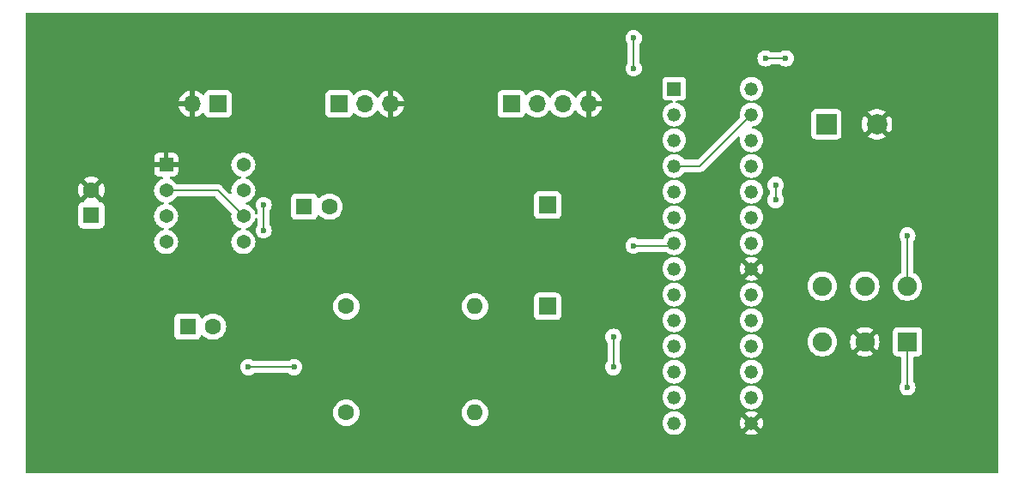
<source format=gbr>
%TF.GenerationSoftware,KiCad,Pcbnew,8.0.8*%
%TF.CreationDate,2025-02-26T21:24:02-07:00*%
%TF.ProjectId,Metal Detector,4d657461-6c20-4446-9574-6563746f722e,rev?*%
%TF.SameCoordinates,Original*%
%TF.FileFunction,Copper,L2,Bot*%
%TF.FilePolarity,Positive*%
%FSLAX46Y46*%
G04 Gerber Fmt 4.6, Leading zero omitted, Abs format (unit mm)*
G04 Created by KiCad (PCBNEW 8.0.8) date 2025-02-26 21:24:02*
%MOMM*%
%LPD*%
G01*
G04 APERTURE LIST*
%TA.AperFunction,ComponentPad*%
%ADD10R,1.371600X1.371600*%
%TD*%
%TA.AperFunction,ComponentPad*%
%ADD11C,1.371600*%
%TD*%
%TA.AperFunction,ComponentPad*%
%ADD12R,1.700000X1.700000*%
%TD*%
%TA.AperFunction,ComponentPad*%
%ADD13O,1.700000X1.700000*%
%TD*%
%TA.AperFunction,ComponentPad*%
%ADD14C,1.600000*%
%TD*%
%TA.AperFunction,ComponentPad*%
%ADD15O,1.600000X1.600000*%
%TD*%
%TA.AperFunction,ComponentPad*%
%ADD16R,2.000000X2.000000*%
%TD*%
%TA.AperFunction,ComponentPad*%
%ADD17C,2.000000*%
%TD*%
%TA.AperFunction,ComponentPad*%
%ADD18R,1.600000X1.600000*%
%TD*%
%TA.AperFunction,ComponentPad*%
%ADD19R,1.900000X1.900000*%
%TD*%
%TA.AperFunction,ComponentPad*%
%ADD20C,1.900000*%
%TD*%
%TA.AperFunction,ComponentPad*%
%ADD21R,1.320800X1.320800*%
%TD*%
%TA.AperFunction,ComponentPad*%
%ADD22C,1.320800*%
%TD*%
%TA.AperFunction,ViaPad*%
%ADD23C,0.600000*%
%TD*%
%TA.AperFunction,Conductor*%
%ADD24C,0.200000*%
%TD*%
G04 APERTURE END LIST*
D10*
%TO.P,U1,1,GND*%
%TO.N,GND*%
X64880000Y-34500000D03*
D11*
%TO.P,U1,2,TR*%
%TO.N,Net-(U1-THR)*%
X64880000Y-37040000D03*
%TO.P,U1,3,Q*%
%TO.N,Inductor*%
X64880000Y-39580000D03*
%TO.P,U1,4,R*%
%TO.N,9v*%
X64880000Y-42120000D03*
%TO.P,U1,5,CV*%
%TO.N,unconnected-(U1-CV-Pad5)*%
X72500000Y-42120000D03*
%TO.P,U1,6,THR*%
%TO.N,Net-(U1-THR)*%
X72500000Y-39580000D03*
%TO.P,U1,7,DIS*%
%TO.N,unconnected-(U1-DIS-Pad7)*%
X72500000Y-37040000D03*
%TO.P,U1,8,VCC*%
%TO.N,9v*%
X72500000Y-34500000D03*
%TD*%
D12*
%TO.P,J5,1,Pin_1*%
%TO.N,Inductor*%
X102500000Y-48500000D03*
%TD*%
%TO.P,J4,1,Pin_1*%
%TO.N,5V*%
X98920000Y-28500000D03*
D13*
%TO.P,J4,2,Pin_2*%
%TO.N,TRIGGER output*%
X101460000Y-28500000D03*
%TO.P,J4,3,Pin_3*%
%TO.N,ECHO input*%
X104000000Y-28500000D03*
%TO.P,J4,4,Pin_4*%
%TO.N,GND*%
X106540000Y-28500000D03*
%TD*%
D14*
%TO.P,R1,1*%
%TO.N,Net-(U1-THR)*%
X82650000Y-48500000D03*
D15*
%TO.P,R1,2*%
%TO.N,Inductor*%
X95350000Y-48500000D03*
%TD*%
D12*
%TO.P,J1,1,Pin_1*%
%TO.N,9v*%
X70000000Y-28500000D03*
D13*
%TO.P,J1,2,Pin_2*%
%TO.N,GND*%
X67460000Y-28500000D03*
%TD*%
D12*
%TO.P,J3,1,Pin_1*%
%TO.N,Inductor2*%
X102500000Y-38500000D03*
%TD*%
D16*
%TO.P,BZ1,1,+*%
%TO.N,Net-(BZ1-+)*%
X130000000Y-30500000D03*
D17*
%TO.P,BZ1,2,-*%
%TO.N,GND*%
X135000000Y-30500000D03*
%TD*%
D18*
%TO.P,C1,1*%
%TO.N,Net-(U1-THR)*%
X57500000Y-39500000D03*
D14*
%TO.P,C1,2*%
%TO.N,GND*%
X57500000Y-37000000D03*
%TD*%
D12*
%TO.P,J9,1,Pin_1*%
%TO.N,5V*%
X81920000Y-28500000D03*
D13*
%TO.P,J9,2,Pin_2*%
%TO.N,Net-(J9-Pin_2)*%
X84460000Y-28500000D03*
%TO.P,J9,3,Pin_3*%
%TO.N,GND*%
X87000000Y-28500000D03*
%TD*%
D19*
%TO.P,J2,1,1*%
%TO.N,Net-(U2-PA3)*%
X138000000Y-52000000D03*
D20*
%TO.P,J2,2,2*%
%TO.N,GND*%
X133800000Y-52000000D03*
%TO.P,J2,3,3*%
%TO.N,unconnected-(J2-Pad3)*%
X129600000Y-52000000D03*
%TO.P,J2,4,4*%
%TO.N,Net-(U2-PA2)*%
X138000000Y-46500000D03*
%TO.P,J2,5,5*%
%TO.N,unconnected-(J2-Pad5)*%
X133800000Y-46500000D03*
%TO.P,J2,6,6*%
%TO.N,5V*%
X129600000Y-46500000D03*
%TD*%
D14*
%TO.P,R2,1*%
%TO.N,Net-(C3-Pad2)*%
X82650000Y-59000000D03*
D15*
%TO.P,R2,2*%
%TO.N,Net-(U2-PA5)*%
X95350000Y-59000000D03*
%TD*%
D18*
%TO.P,C2,1*%
%TO.N,Net-(U1-THR)*%
X78500000Y-38642500D03*
D14*
%TO.P,C2,2*%
%TO.N,Inductor2*%
X81000000Y-38642500D03*
%TD*%
D21*
%TO.P,U2,1,PA7*%
%TO.N,unconnected-(U2-PA7-Pad1)*%
X115000000Y-27000000D03*
D22*
%TO.P,U2,2,PC0*%
%TO.N,unconnected-(U2-PC0-Pad2)*%
X115000000Y-29540000D03*
%TO.P,U2,3,PC1*%
%TO.N,unconnected-(U2-PC1-Pad3)*%
X115000000Y-32080000D03*
%TO.P,U2,4,PC2*%
%TO.N,Net-(U2-PA5)*%
X115000000Y-34620000D03*
%TO.P,U2,5,PC3*%
%TO.N,unconnected-(U2-PC3-Pad5)*%
X115000000Y-37160000D03*
%TO.P,U2,6,VDDIO2*%
%TO.N,5V*%
X115000000Y-39700000D03*
%TO.P,U2,7,PD1*%
%TO.N,Net-(BZ1-+)*%
X115000000Y-42240000D03*
%TO.P,U2,8,PD2*%
%TO.N,unconnected-(U2-PD2-Pad8)*%
X115000000Y-44780000D03*
%TO.P,U2,9,PD3*%
%TO.N,unconnected-(U2-PD3-Pad9)*%
X115000000Y-47320000D03*
%TO.P,U2,10,PD4*%
%TO.N,Net-(U2-PA5)*%
X115000000Y-49860000D03*
%TO.P,U2,11,PD5*%
%TO.N,unconnected-(U2-PD5-Pad11)*%
X115000000Y-52400000D03*
%TO.P,U2,12,PD6*%
%TO.N,unconnected-(U2-PD6-Pad12)*%
X115000000Y-54940000D03*
%TO.P,U2,13,VREFA/PD7*%
%TO.N,unconnected-(U2-VREFA{slash}PD7-Pad13)*%
X115000000Y-57480000D03*
%TO.P,U2,14,AVDD*%
%TO.N,5V*%
X115000000Y-60020000D03*
%TO.P,U2,15,AGND*%
%TO.N,GND*%
X122620000Y-60020000D03*
%TO.P,U2,16,XTAL32K1/PF0*%
%TO.N,unconnected-(U2-XTAL32K1{slash}PF0-Pad16)*%
X122620000Y-57480000D03*
%TO.P,U2,17,XTAL32K2/PF1*%
%TO.N,unconnected-(U2-XTAL32K2{slash}PF1-Pad17)*%
X122620000Y-54940000D03*
%TO.P,U2,18,~{RESET}/PF6*%
%TO.N,unconnected-(U2-~{RESET}{slash}PF6-Pad18)*%
X122620000Y-52400000D03*
%TO.P,U2,19,UPDI*%
%TO.N,Net-(J9-Pin_2)*%
X122620000Y-49860000D03*
%TO.P,U2,20,VDD*%
%TO.N,5V*%
X122620000Y-47320000D03*
%TO.P,U2,21,GND*%
%TO.N,GND*%
X122620000Y-44780000D03*
%TO.P,U2,22,XTALHF1/PA0*%
%TO.N,unconnected-(U2-XTALHF1{slash}PA0-Pad22)*%
X122620000Y-42240000D03*
%TO.P,U2,23,XTALHF2/PA1*%
%TO.N,unconnected-(U2-XTALHF2{slash}PA1-Pad23)*%
X122620000Y-39700000D03*
%TO.P,U2,24,PA2*%
%TO.N,Net-(U2-PA2)*%
X122620000Y-37160000D03*
%TO.P,U2,25,PA3*%
%TO.N,Net-(U2-PA3)*%
X122620000Y-34620000D03*
%TO.P,U2,26,PA4*%
%TO.N,ECHO input*%
X122620000Y-32080000D03*
%TO.P,U2,27,PA5*%
%TO.N,Net-(U2-PA5)*%
X122620000Y-29540000D03*
%TO.P,U2,28,PA6*%
%TO.N,TRIGGER output*%
X122620000Y-27000000D03*
%TD*%
D18*
%TO.P,C3,1*%
%TO.N,Inductor*%
X67000000Y-50500000D03*
D14*
%TO.P,C3,2*%
%TO.N,Net-(C3-Pad2)*%
X69500000Y-50500000D03*
%TD*%
D23*
%TO.N,9v*%
X74500000Y-38500000D03*
X74500000Y-41000000D03*
%TO.N,Net-(BZ1-+)*%
X111000000Y-42500000D03*
X111000000Y-22000000D03*
X111000000Y-25000000D03*
%TO.N,Inductor*%
X73000000Y-54500000D03*
X77500000Y-54500000D03*
%TO.N,Net-(J9-Pin_2)*%
X109000000Y-51500000D03*
X109000000Y-54500000D03*
%TO.N,ECHO input*%
X126000000Y-24000000D03*
X124000000Y-24000000D03*
%TO.N,Net-(U2-PA2)*%
X138000000Y-41500000D03*
%TO.N,Net-(U2-PA3)*%
X125000000Y-38000000D03*
X138000000Y-56500000D03*
X125000000Y-36500000D03*
%TD*%
D24*
%TO.N,Net-(U1-THR)*%
X64880000Y-37040000D02*
X69960000Y-37040000D01*
X69960000Y-37040000D02*
X72500000Y-39580000D01*
%TO.N,Net-(U2-PA5)*%
X117540000Y-34620000D02*
X122620000Y-29540000D01*
X115000000Y-34620000D02*
X117540000Y-34620000D01*
%TO.N,9v*%
X74500000Y-41000000D02*
X74500000Y-38500000D01*
%TO.N,Net-(BZ1-+)*%
X111000000Y-42500000D02*
X114740000Y-42500000D01*
X114740000Y-42500000D02*
X115000000Y-42240000D01*
X111000000Y-22000000D02*
X111000000Y-25000000D01*
%TO.N,Inductor*%
X77500000Y-54500000D02*
X73000000Y-54500000D01*
%TO.N,Net-(J9-Pin_2)*%
X109000000Y-51500000D02*
X109000000Y-54500000D01*
X84460000Y-28500000D02*
X84661789Y-28500000D01*
%TO.N,ECHO input*%
X124000000Y-24000000D02*
X126000000Y-24000000D01*
%TO.N,Net-(U2-PA2)*%
X138000000Y-46500000D02*
X138000000Y-41500000D01*
%TO.N,Net-(U2-PA3)*%
X138000000Y-52000000D02*
X138000000Y-56500000D01*
X125000000Y-38000000D02*
X125000000Y-36500000D01*
%TD*%
%TA.AperFunction,Conductor*%
%TO.N,GND*%
G36*
X146942539Y-19520185D02*
G01*
X146988294Y-19572989D01*
X146999500Y-19624500D01*
X146999500Y-64875500D01*
X146979815Y-64942539D01*
X146927011Y-64988294D01*
X146875500Y-64999500D01*
X51124500Y-64999500D01*
X51057461Y-64979815D01*
X51011706Y-64927011D01*
X51000500Y-64875500D01*
X51000500Y-58999998D01*
X81344532Y-58999998D01*
X81344532Y-59000001D01*
X81364364Y-59226686D01*
X81364366Y-59226697D01*
X81423258Y-59446488D01*
X81423261Y-59446497D01*
X81519431Y-59652732D01*
X81519432Y-59652734D01*
X81649954Y-59839141D01*
X81810858Y-60000045D01*
X81810861Y-60000047D01*
X81997266Y-60130568D01*
X82203504Y-60226739D01*
X82423308Y-60285635D01*
X82585230Y-60299801D01*
X82649998Y-60305468D01*
X82650000Y-60305468D01*
X82650002Y-60305468D01*
X82706673Y-60300509D01*
X82876692Y-60285635D01*
X83096496Y-60226739D01*
X83302734Y-60130568D01*
X83489139Y-60000047D01*
X83650047Y-59839139D01*
X83780568Y-59652734D01*
X83876739Y-59446496D01*
X83935635Y-59226692D01*
X83955468Y-59000000D01*
X83955468Y-58999998D01*
X94044532Y-58999998D01*
X94044532Y-59000001D01*
X94064364Y-59226686D01*
X94064366Y-59226697D01*
X94123258Y-59446488D01*
X94123261Y-59446497D01*
X94219431Y-59652732D01*
X94219432Y-59652734D01*
X94349954Y-59839141D01*
X94510858Y-60000045D01*
X94510861Y-60000047D01*
X94697266Y-60130568D01*
X94903504Y-60226739D01*
X95123308Y-60285635D01*
X95285230Y-60299801D01*
X95349998Y-60305468D01*
X95350000Y-60305468D01*
X95350002Y-60305468D01*
X95406673Y-60300509D01*
X95576692Y-60285635D01*
X95796496Y-60226739D01*
X96002734Y-60130568D01*
X96189139Y-60000047D01*
X96350047Y-59839139D01*
X96480568Y-59652734D01*
X96576739Y-59446496D01*
X96635635Y-59226692D01*
X96655468Y-59000000D01*
X96653438Y-58976802D01*
X96646642Y-58899116D01*
X96635635Y-58773308D01*
X96576739Y-58553504D01*
X96480568Y-58347266D01*
X96350047Y-58160861D01*
X96350045Y-58160858D01*
X96189141Y-57999954D01*
X96002734Y-57869432D01*
X96002732Y-57869431D01*
X95796497Y-57773261D01*
X95796488Y-57773258D01*
X95576697Y-57714366D01*
X95576693Y-57714365D01*
X95576692Y-57714365D01*
X95576691Y-57714364D01*
X95576686Y-57714364D01*
X95350002Y-57694532D01*
X95349998Y-57694532D01*
X95123313Y-57714364D01*
X95123302Y-57714366D01*
X94903511Y-57773258D01*
X94903502Y-57773261D01*
X94697267Y-57869431D01*
X94697265Y-57869432D01*
X94510858Y-57999954D01*
X94349954Y-58160858D01*
X94219432Y-58347265D01*
X94219431Y-58347267D01*
X94123261Y-58553502D01*
X94123258Y-58553511D01*
X94064366Y-58773302D01*
X94064364Y-58773313D01*
X94044532Y-58999998D01*
X83955468Y-58999998D01*
X83953438Y-58976802D01*
X83946642Y-58899116D01*
X83935635Y-58773308D01*
X83876739Y-58553504D01*
X83780568Y-58347266D01*
X83650047Y-58160861D01*
X83650045Y-58160858D01*
X83489141Y-57999954D01*
X83302734Y-57869432D01*
X83302732Y-57869431D01*
X83096497Y-57773261D01*
X83096488Y-57773258D01*
X82876697Y-57714366D01*
X82876693Y-57714365D01*
X82876692Y-57714365D01*
X82876691Y-57714364D01*
X82876686Y-57714364D01*
X82650002Y-57694532D01*
X82649998Y-57694532D01*
X82423313Y-57714364D01*
X82423302Y-57714366D01*
X82203511Y-57773258D01*
X82203502Y-57773261D01*
X81997267Y-57869431D01*
X81997265Y-57869432D01*
X81810858Y-57999954D01*
X81649954Y-58160858D01*
X81519432Y-58347265D01*
X81519431Y-58347267D01*
X81423261Y-58553502D01*
X81423258Y-58553511D01*
X81364366Y-58773302D01*
X81364364Y-58773313D01*
X81344532Y-58999998D01*
X51000500Y-58999998D01*
X51000500Y-54499996D01*
X72194435Y-54499996D01*
X72194435Y-54500003D01*
X72214630Y-54679249D01*
X72214631Y-54679254D01*
X72274211Y-54849523D01*
X72331062Y-54940000D01*
X72370184Y-55002262D01*
X72497738Y-55129816D01*
X72650478Y-55225789D01*
X72820745Y-55285368D01*
X72820750Y-55285369D01*
X72999996Y-55305565D01*
X73000000Y-55305565D01*
X73000004Y-55305565D01*
X73179249Y-55285369D01*
X73179252Y-55285368D01*
X73179255Y-55285368D01*
X73349522Y-55225789D01*
X73502262Y-55129816D01*
X73502267Y-55129810D01*
X73505097Y-55127555D01*
X73507275Y-55126665D01*
X73508158Y-55126111D01*
X73508255Y-55126265D01*
X73569783Y-55101145D01*
X73582412Y-55100500D01*
X76917588Y-55100500D01*
X76984627Y-55120185D01*
X76994903Y-55127555D01*
X76997736Y-55129814D01*
X76997738Y-55129816D01*
X77150478Y-55225789D01*
X77320745Y-55285368D01*
X77320750Y-55285369D01*
X77499996Y-55305565D01*
X77500000Y-55305565D01*
X77500004Y-55305565D01*
X77679249Y-55285369D01*
X77679252Y-55285368D01*
X77679255Y-55285368D01*
X77849522Y-55225789D01*
X78002262Y-55129816D01*
X78129816Y-55002262D01*
X78225789Y-54849522D01*
X78285368Y-54679255D01*
X78285369Y-54679249D01*
X78305565Y-54500003D01*
X78305565Y-54499996D01*
X78285369Y-54320750D01*
X78285368Y-54320745D01*
X78225789Y-54150478D01*
X78129816Y-53997738D01*
X78002262Y-53870184D01*
X77849523Y-53774211D01*
X77679254Y-53714631D01*
X77679249Y-53714630D01*
X77500004Y-53694435D01*
X77499996Y-53694435D01*
X77320750Y-53714630D01*
X77320745Y-53714631D01*
X77150476Y-53774211D01*
X76997736Y-53870185D01*
X76994903Y-53872445D01*
X76992724Y-53873334D01*
X76991842Y-53873889D01*
X76991744Y-53873734D01*
X76930217Y-53898855D01*
X76917588Y-53899500D01*
X73582412Y-53899500D01*
X73515373Y-53879815D01*
X73505097Y-53872445D01*
X73502263Y-53870185D01*
X73502262Y-53870184D01*
X73420219Y-53818633D01*
X73349523Y-53774211D01*
X73179254Y-53714631D01*
X73179249Y-53714630D01*
X73000004Y-53694435D01*
X72999996Y-53694435D01*
X72820750Y-53714630D01*
X72820745Y-53714631D01*
X72650476Y-53774211D01*
X72497737Y-53870184D01*
X72370184Y-53997737D01*
X72274211Y-54150476D01*
X72214631Y-54320745D01*
X72214630Y-54320750D01*
X72194435Y-54499996D01*
X51000500Y-54499996D01*
X51000500Y-49652135D01*
X65699500Y-49652135D01*
X65699500Y-51347870D01*
X65699501Y-51347876D01*
X65705908Y-51407483D01*
X65756202Y-51542328D01*
X65756206Y-51542335D01*
X65842452Y-51657544D01*
X65842455Y-51657547D01*
X65957664Y-51743793D01*
X65957671Y-51743797D01*
X66092517Y-51794091D01*
X66092516Y-51794091D01*
X66099444Y-51794835D01*
X66152127Y-51800500D01*
X67847872Y-51800499D01*
X67907483Y-51794091D01*
X68042331Y-51743796D01*
X68157546Y-51657546D01*
X68243796Y-51542331D01*
X68294091Y-51407483D01*
X68294092Y-51407472D01*
X68295365Y-51402088D01*
X68329933Y-51341369D01*
X68391841Y-51308978D01*
X68461433Y-51315199D01*
X68503725Y-51342912D01*
X68660858Y-51500045D01*
X68660861Y-51500047D01*
X68847266Y-51630568D01*
X69053504Y-51726739D01*
X69273308Y-51785635D01*
X69435230Y-51799801D01*
X69499998Y-51805468D01*
X69500000Y-51805468D01*
X69500002Y-51805468D01*
X69556807Y-51800498D01*
X69726692Y-51785635D01*
X69946496Y-51726739D01*
X70152734Y-51630568D01*
X70339139Y-51500047D01*
X70339190Y-51499996D01*
X108194435Y-51499996D01*
X108194435Y-51500003D01*
X108214630Y-51679249D01*
X108214631Y-51679254D01*
X108274211Y-51849523D01*
X108370185Y-52002263D01*
X108372445Y-52005097D01*
X108373334Y-52007275D01*
X108373889Y-52008158D01*
X108373734Y-52008255D01*
X108398855Y-52069783D01*
X108399500Y-52082412D01*
X108399500Y-53917587D01*
X108379815Y-53984626D01*
X108372450Y-53994896D01*
X108370186Y-53997734D01*
X108274211Y-54150476D01*
X108214631Y-54320745D01*
X108214630Y-54320750D01*
X108194435Y-54499996D01*
X108194435Y-54500003D01*
X108214630Y-54679249D01*
X108214631Y-54679254D01*
X108274211Y-54849523D01*
X108331062Y-54940000D01*
X108370184Y-55002262D01*
X108497738Y-55129816D01*
X108650478Y-55225789D01*
X108820745Y-55285368D01*
X108820750Y-55285369D01*
X108999996Y-55305565D01*
X109000000Y-55305565D01*
X109000004Y-55305565D01*
X109179249Y-55285369D01*
X109179252Y-55285368D01*
X109179255Y-55285368D01*
X109349522Y-55225789D01*
X109502262Y-55129816D01*
X109629816Y-55002262D01*
X109725789Y-54849522D01*
X109785368Y-54679255D01*
X109785369Y-54679249D01*
X109805565Y-54500003D01*
X109805565Y-54499996D01*
X109785369Y-54320750D01*
X109785368Y-54320745D01*
X109725789Y-54150478D01*
X109629816Y-53997738D01*
X109629814Y-53997736D01*
X109629813Y-53997734D01*
X109627550Y-53994896D01*
X109626659Y-53992715D01*
X109626111Y-53991842D01*
X109626264Y-53991745D01*
X109601144Y-53930209D01*
X109600500Y-53917587D01*
X109600500Y-52082412D01*
X109620185Y-52015373D01*
X109627555Y-52005097D01*
X109629810Y-52002267D01*
X109629816Y-52002262D01*
X109725789Y-51849522D01*
X109785368Y-51679255D01*
X109787814Y-51657546D01*
X109805565Y-51500003D01*
X109805565Y-51499996D01*
X109785369Y-51320750D01*
X109785368Y-51320745D01*
X109732585Y-51169900D01*
X109725789Y-51150478D01*
X109629816Y-50997738D01*
X109502262Y-50870184D01*
X109349523Y-50774211D01*
X109179254Y-50714631D01*
X109179249Y-50714630D01*
X109000004Y-50694435D01*
X108999996Y-50694435D01*
X108820750Y-50714630D01*
X108820745Y-50714631D01*
X108650476Y-50774211D01*
X108497737Y-50870184D01*
X108370184Y-50997737D01*
X108274211Y-51150476D01*
X108214631Y-51320745D01*
X108214630Y-51320750D01*
X108194435Y-51499996D01*
X70339190Y-51499996D01*
X70500047Y-51339139D01*
X70630568Y-51152734D01*
X70726739Y-50946496D01*
X70785635Y-50726692D01*
X70805468Y-50500000D01*
X70785635Y-50273308D01*
X70726739Y-50053504D01*
X70630568Y-49847266D01*
X70500047Y-49660861D01*
X70500045Y-49660858D01*
X70339141Y-49499954D01*
X70152734Y-49369432D01*
X70152732Y-49369431D01*
X69946497Y-49273261D01*
X69946488Y-49273258D01*
X69726697Y-49214366D01*
X69726693Y-49214365D01*
X69726692Y-49214365D01*
X69726691Y-49214364D01*
X69726686Y-49214364D01*
X69500002Y-49194532D01*
X69499998Y-49194532D01*
X69273313Y-49214364D01*
X69273302Y-49214366D01*
X69053511Y-49273258D01*
X69053502Y-49273261D01*
X68847267Y-49369431D01*
X68847265Y-49369432D01*
X68660862Y-49499951D01*
X68503726Y-49657087D01*
X68442403Y-49690571D01*
X68372711Y-49685587D01*
X68316778Y-49643715D01*
X68295369Y-49597923D01*
X68294091Y-49592518D01*
X68294021Y-49592331D01*
X68243796Y-49457669D01*
X68243795Y-49457668D01*
X68243793Y-49457664D01*
X68157547Y-49342455D01*
X68157544Y-49342452D01*
X68042335Y-49256206D01*
X68042328Y-49256202D01*
X67907482Y-49205908D01*
X67907483Y-49205908D01*
X67847883Y-49199501D01*
X67847881Y-49199500D01*
X67847873Y-49199500D01*
X67847864Y-49199500D01*
X66152129Y-49199500D01*
X66152123Y-49199501D01*
X66092516Y-49205908D01*
X65957671Y-49256202D01*
X65957664Y-49256206D01*
X65842455Y-49342452D01*
X65842452Y-49342455D01*
X65756206Y-49457664D01*
X65756202Y-49457671D01*
X65705908Y-49592517D01*
X65699501Y-49652116D01*
X65699500Y-49652135D01*
X51000500Y-49652135D01*
X51000500Y-48499998D01*
X81344532Y-48499998D01*
X81344532Y-48500001D01*
X81364364Y-48726686D01*
X81364366Y-48726697D01*
X81423258Y-48946488D01*
X81423261Y-48946497D01*
X81519431Y-49152732D01*
X81519432Y-49152734D01*
X81649954Y-49339141D01*
X81810858Y-49500045D01*
X81810861Y-49500047D01*
X81997266Y-49630568D01*
X82203504Y-49726739D01*
X82423308Y-49785635D01*
X82585230Y-49799801D01*
X82649998Y-49805468D01*
X82650000Y-49805468D01*
X82650002Y-49805468D01*
X82706673Y-49800509D01*
X82876692Y-49785635D01*
X83096496Y-49726739D01*
X83302734Y-49630568D01*
X83489139Y-49500047D01*
X83650047Y-49339139D01*
X83780568Y-49152734D01*
X83876739Y-48946496D01*
X83935635Y-48726692D01*
X83955468Y-48500000D01*
X83955468Y-48499998D01*
X94044532Y-48499998D01*
X94044532Y-48500001D01*
X94064364Y-48726686D01*
X94064366Y-48726697D01*
X94123258Y-48946488D01*
X94123261Y-48946497D01*
X94219431Y-49152732D01*
X94219432Y-49152734D01*
X94349954Y-49339141D01*
X94510858Y-49500045D01*
X94510861Y-49500047D01*
X94697266Y-49630568D01*
X94903504Y-49726739D01*
X95123308Y-49785635D01*
X95285230Y-49799801D01*
X95349998Y-49805468D01*
X95350000Y-49805468D01*
X95350002Y-49805468D01*
X95406673Y-49800509D01*
X95576692Y-49785635D01*
X95796496Y-49726739D01*
X96002734Y-49630568D01*
X96189139Y-49500047D01*
X96350047Y-49339139D01*
X96480568Y-49152734D01*
X96576739Y-48946496D01*
X96635635Y-48726692D01*
X96655468Y-48500000D01*
X96635635Y-48273308D01*
X96576739Y-48053504D01*
X96480568Y-47847266D01*
X96350047Y-47660861D01*
X96350045Y-47660858D01*
X96291322Y-47602135D01*
X101149500Y-47602135D01*
X101149500Y-49397870D01*
X101149501Y-49397876D01*
X101155908Y-49457483D01*
X101206202Y-49592328D01*
X101206206Y-49592335D01*
X101292452Y-49707544D01*
X101292455Y-49707547D01*
X101407664Y-49793793D01*
X101407671Y-49793797D01*
X101542517Y-49844091D01*
X101542516Y-49844091D01*
X101549444Y-49844835D01*
X101602127Y-49850500D01*
X103397872Y-49850499D01*
X103457483Y-49844091D01*
X103592331Y-49793796D01*
X103707546Y-49707546D01*
X103793796Y-49592331D01*
X103844091Y-49457483D01*
X103850500Y-49397873D01*
X103850499Y-47602128D01*
X103844091Y-47542517D01*
X103840999Y-47534228D01*
X103793797Y-47407671D01*
X103793793Y-47407664D01*
X103707547Y-47292455D01*
X103707544Y-47292452D01*
X103592335Y-47206206D01*
X103592328Y-47206202D01*
X103457482Y-47155908D01*
X103457483Y-47155908D01*
X103397883Y-47149501D01*
X103397881Y-47149500D01*
X103397873Y-47149500D01*
X103397864Y-47149500D01*
X101602129Y-47149500D01*
X101602123Y-47149501D01*
X101542516Y-47155908D01*
X101407671Y-47206202D01*
X101407664Y-47206206D01*
X101292455Y-47292452D01*
X101292452Y-47292455D01*
X101206206Y-47407664D01*
X101206202Y-47407671D01*
X101155908Y-47542517D01*
X101149501Y-47602116D01*
X101149501Y-47602123D01*
X101149500Y-47602135D01*
X96291322Y-47602135D01*
X96189141Y-47499954D01*
X96002734Y-47369432D01*
X96002732Y-47369431D01*
X95796497Y-47273261D01*
X95796488Y-47273258D01*
X95576697Y-47214366D01*
X95576693Y-47214365D01*
X95576692Y-47214365D01*
X95576691Y-47214364D01*
X95576686Y-47214364D01*
X95350002Y-47194532D01*
X95349998Y-47194532D01*
X95123313Y-47214364D01*
X95123302Y-47214366D01*
X94903511Y-47273258D01*
X94903502Y-47273261D01*
X94697267Y-47369431D01*
X94697265Y-47369432D01*
X94510858Y-47499954D01*
X94349954Y-47660858D01*
X94219432Y-47847265D01*
X94219431Y-47847267D01*
X94123261Y-48053502D01*
X94123258Y-48053511D01*
X94064366Y-48273302D01*
X94064364Y-48273313D01*
X94044532Y-48499998D01*
X83955468Y-48499998D01*
X83935635Y-48273308D01*
X83876739Y-48053504D01*
X83780568Y-47847266D01*
X83650047Y-47660861D01*
X83650045Y-47660858D01*
X83489141Y-47499954D01*
X83302734Y-47369432D01*
X83302732Y-47369431D01*
X83096497Y-47273261D01*
X83096488Y-47273258D01*
X82876697Y-47214366D01*
X82876693Y-47214365D01*
X82876692Y-47214365D01*
X82876691Y-47214364D01*
X82876686Y-47214364D01*
X82650002Y-47194532D01*
X82649998Y-47194532D01*
X82423313Y-47214364D01*
X82423302Y-47214366D01*
X82203511Y-47273258D01*
X82203502Y-47273261D01*
X81997267Y-47369431D01*
X81997265Y-47369432D01*
X81810858Y-47499954D01*
X81649954Y-47660858D01*
X81519432Y-47847265D01*
X81519431Y-47847267D01*
X81423261Y-48053502D01*
X81423258Y-48053511D01*
X81364366Y-48273302D01*
X81364364Y-48273313D01*
X81344532Y-48499998D01*
X51000500Y-48499998D01*
X51000500Y-36999997D01*
X56195034Y-36999997D01*
X56195034Y-37000002D01*
X56214858Y-37226599D01*
X56214860Y-37226610D01*
X56273730Y-37446317D01*
X56273735Y-37446331D01*
X56369863Y-37652478D01*
X56420974Y-37725472D01*
X57100000Y-37046446D01*
X57100000Y-37052661D01*
X57127259Y-37154394D01*
X57179920Y-37245606D01*
X57254394Y-37320080D01*
X57345606Y-37372741D01*
X57447339Y-37400000D01*
X57453553Y-37400000D01*
X56769352Y-38084199D01*
X56759506Y-38133194D01*
X56710890Y-38183377D01*
X56655367Y-38198049D01*
X56655423Y-38199099D01*
X56655429Y-38199146D01*
X56655426Y-38199146D01*
X56655436Y-38199324D01*
X56652123Y-38199501D01*
X56592516Y-38205908D01*
X56457671Y-38256202D01*
X56457664Y-38256206D01*
X56342455Y-38342452D01*
X56342452Y-38342455D01*
X56256206Y-38457664D01*
X56256202Y-38457671D01*
X56205908Y-38592517D01*
X56200535Y-38642498D01*
X56199501Y-38652123D01*
X56199500Y-38652135D01*
X56199500Y-40347870D01*
X56199501Y-40347876D01*
X56205908Y-40407483D01*
X56256202Y-40542328D01*
X56256206Y-40542335D01*
X56342452Y-40657544D01*
X56342455Y-40657547D01*
X56457664Y-40743793D01*
X56457671Y-40743797D01*
X56592517Y-40794091D01*
X56592516Y-40794091D01*
X56599444Y-40794835D01*
X56652127Y-40800500D01*
X58347872Y-40800499D01*
X58407483Y-40794091D01*
X58542331Y-40743796D01*
X58657546Y-40657546D01*
X58743796Y-40542331D01*
X58794091Y-40407483D01*
X58800500Y-40347873D01*
X58800499Y-38652128D01*
X58794091Y-38592517D01*
X58767126Y-38520221D01*
X58743797Y-38457671D01*
X58743793Y-38457664D01*
X58657547Y-38342455D01*
X58657544Y-38342452D01*
X58542335Y-38256206D01*
X58542328Y-38256202D01*
X58407482Y-38205908D01*
X58407483Y-38205908D01*
X58347883Y-38199501D01*
X58347881Y-38199500D01*
X58347873Y-38199500D01*
X58347864Y-38199500D01*
X58344548Y-38199322D01*
X58344627Y-38197847D01*
X58283215Y-38179815D01*
X58237460Y-38127011D01*
X58229969Y-38083522D01*
X57546447Y-37400000D01*
X57552661Y-37400000D01*
X57654394Y-37372741D01*
X57745606Y-37320080D01*
X57820080Y-37245606D01*
X57872741Y-37154394D01*
X57900000Y-37052661D01*
X57900000Y-37046447D01*
X58579024Y-37725471D01*
X58630136Y-37652478D01*
X58726264Y-37446331D01*
X58726269Y-37446317D01*
X58785139Y-37226610D01*
X58785141Y-37226599D01*
X58801467Y-37040000D01*
X63688618Y-37040000D01*
X63708903Y-37258913D01*
X63769069Y-37470379D01*
X63867063Y-37667176D01*
X63867068Y-37667184D01*
X63911085Y-37725472D01*
X63999558Y-37842629D01*
X64162032Y-37990743D01*
X64348955Y-38106481D01*
X64553963Y-38185902D01*
X64565786Y-38188112D01*
X64628064Y-38219780D01*
X64663337Y-38280092D01*
X64660403Y-38349900D01*
X64620194Y-38407040D01*
X64565786Y-38431887D01*
X64553963Y-38434098D01*
X64496719Y-38456274D01*
X64348955Y-38513518D01*
X64348953Y-38513519D01*
X64162036Y-38629254D01*
X64162034Y-38629255D01*
X64162032Y-38629257D01*
X64107188Y-38679254D01*
X63999557Y-38777372D01*
X63867068Y-38952815D01*
X63867063Y-38952823D01*
X63769069Y-39149620D01*
X63708903Y-39361086D01*
X63688618Y-39580000D01*
X63708903Y-39798913D01*
X63769069Y-40010379D01*
X63867063Y-40207176D01*
X63867068Y-40207184D01*
X63933312Y-40294905D01*
X63999558Y-40382629D01*
X64162032Y-40530743D01*
X64348955Y-40646481D01*
X64553963Y-40725902D01*
X64565786Y-40728112D01*
X64628064Y-40759780D01*
X64663337Y-40820092D01*
X64660403Y-40889900D01*
X64620194Y-40947040D01*
X64565786Y-40971887D01*
X64553963Y-40974098D01*
X64496719Y-40996274D01*
X64348955Y-41053518D01*
X64348953Y-41053519D01*
X64162036Y-41169254D01*
X64162034Y-41169255D01*
X64162032Y-41169257D01*
X64008068Y-41309613D01*
X63999557Y-41317372D01*
X63867068Y-41492815D01*
X63867063Y-41492823D01*
X63769069Y-41689620D01*
X63708903Y-41901086D01*
X63688618Y-42120000D01*
X63708903Y-42338913D01*
X63769069Y-42550379D01*
X63867063Y-42747176D01*
X63867068Y-42747184D01*
X63933312Y-42834905D01*
X63999558Y-42922629D01*
X64162032Y-43070743D01*
X64348955Y-43186481D01*
X64553963Y-43265902D01*
X64770073Y-43306300D01*
X64770075Y-43306300D01*
X64989925Y-43306300D01*
X64989927Y-43306300D01*
X65206037Y-43265902D01*
X65411045Y-43186481D01*
X65597968Y-43070743D01*
X65760442Y-42922629D01*
X65892933Y-42747182D01*
X65990931Y-42550377D01*
X66051096Y-42338916D01*
X66071382Y-42120000D01*
X66051096Y-41901084D01*
X65990931Y-41689623D01*
X65990930Y-41689620D01*
X65892936Y-41492823D01*
X65892931Y-41492815D01*
X65858468Y-41447179D01*
X65760442Y-41317371D01*
X65597968Y-41169257D01*
X65452360Y-41079100D01*
X65411046Y-41053519D01*
X65411044Y-41053518D01*
X65298452Y-41009900D01*
X65206037Y-40974098D01*
X65206033Y-40974097D01*
X65202285Y-40973396D01*
X65194215Y-40971888D01*
X65131936Y-40940221D01*
X65096662Y-40879909D01*
X65099595Y-40810101D01*
X65139804Y-40752961D01*
X65194214Y-40728111D01*
X65206037Y-40725902D01*
X65411045Y-40646481D01*
X65597968Y-40530743D01*
X65760442Y-40382629D01*
X65892933Y-40207182D01*
X65990931Y-40010377D01*
X66051096Y-39798916D01*
X66071382Y-39580000D01*
X66051096Y-39361084D01*
X65990931Y-39149623D01*
X65990930Y-39149620D01*
X65892936Y-38952823D01*
X65892931Y-38952815D01*
X65858468Y-38907179D01*
X65760442Y-38777371D01*
X65597968Y-38629257D01*
X65538631Y-38592517D01*
X65411046Y-38513519D01*
X65411044Y-38513518D01*
X65298452Y-38469900D01*
X65206037Y-38434098D01*
X65206033Y-38434097D01*
X65202285Y-38433396D01*
X65194215Y-38431888D01*
X65131936Y-38400221D01*
X65096662Y-38339909D01*
X65099595Y-38270101D01*
X65139804Y-38212961D01*
X65194214Y-38188111D01*
X65206037Y-38185902D01*
X65411045Y-38106481D01*
X65597968Y-37990743D01*
X65760442Y-37842629D01*
X65875873Y-37689772D01*
X65931982Y-37648137D01*
X65974827Y-37640500D01*
X69659903Y-37640500D01*
X69726942Y-37660185D01*
X69747584Y-37676819D01*
X71300179Y-39229414D01*
X71333664Y-39290737D01*
X71331766Y-39351024D01*
X71328904Y-39361084D01*
X71308618Y-39580000D01*
X71328903Y-39798913D01*
X71389069Y-40010379D01*
X71487063Y-40207176D01*
X71487068Y-40207184D01*
X71553312Y-40294905D01*
X71619558Y-40382629D01*
X71782032Y-40530743D01*
X71968955Y-40646481D01*
X72173963Y-40725902D01*
X72185786Y-40728112D01*
X72248064Y-40759780D01*
X72283337Y-40820092D01*
X72280403Y-40889900D01*
X72240194Y-40947040D01*
X72185786Y-40971887D01*
X72173963Y-40974098D01*
X72116719Y-40996274D01*
X71968955Y-41053518D01*
X71968953Y-41053519D01*
X71782036Y-41169254D01*
X71782034Y-41169255D01*
X71782032Y-41169257D01*
X71628068Y-41309613D01*
X71619557Y-41317372D01*
X71487068Y-41492815D01*
X71487063Y-41492823D01*
X71389069Y-41689620D01*
X71328903Y-41901086D01*
X71308618Y-42120000D01*
X71328903Y-42338913D01*
X71389069Y-42550379D01*
X71487063Y-42747176D01*
X71487068Y-42747184D01*
X71553312Y-42834905D01*
X71619558Y-42922629D01*
X71782032Y-43070743D01*
X71968955Y-43186481D01*
X72173963Y-43265902D01*
X72390073Y-43306300D01*
X72390075Y-43306300D01*
X72609925Y-43306300D01*
X72609927Y-43306300D01*
X72826037Y-43265902D01*
X73031045Y-43186481D01*
X73217968Y-43070743D01*
X73380442Y-42922629D01*
X73512933Y-42747182D01*
X73610931Y-42550377D01*
X73625265Y-42499996D01*
X110194435Y-42499996D01*
X110194435Y-42500003D01*
X110214630Y-42679249D01*
X110214631Y-42679254D01*
X110274211Y-42849523D01*
X110320146Y-42922627D01*
X110370184Y-43002262D01*
X110497738Y-43129816D01*
X110650478Y-43225789D01*
X110815827Y-43283647D01*
X110820745Y-43285368D01*
X110820750Y-43285369D01*
X110999996Y-43305565D01*
X111000000Y-43305565D01*
X111000004Y-43305565D01*
X111179249Y-43285369D01*
X111179252Y-43285368D01*
X111179255Y-43285368D01*
X111349522Y-43225789D01*
X111502262Y-43129816D01*
X111502267Y-43129810D01*
X111505097Y-43127555D01*
X111507275Y-43126665D01*
X111508158Y-43126111D01*
X111508255Y-43126265D01*
X111569783Y-43101145D01*
X111582412Y-43100500D01*
X114172705Y-43100500D01*
X114239744Y-43120185D01*
X114256236Y-43132857D01*
X114297405Y-43170387D01*
X114480326Y-43283647D01*
X114680944Y-43361367D01*
X114824015Y-43388111D01*
X114886295Y-43419779D01*
X114921568Y-43480092D01*
X114918634Y-43549900D01*
X114878425Y-43607040D01*
X114824015Y-43631888D01*
X114680944Y-43658633D01*
X114554075Y-43707782D01*
X114480328Y-43736352D01*
X114480327Y-43736352D01*
X114297402Y-43849614D01*
X114138414Y-43994550D01*
X114138407Y-43994558D01*
X114008760Y-44166239D01*
X114008751Y-44166253D01*
X113912860Y-44358827D01*
X113912855Y-44358840D01*
X113853977Y-44565771D01*
X113834127Y-44779999D01*
X113834127Y-44780000D01*
X113853977Y-44994228D01*
X113912855Y-45201159D01*
X113912860Y-45201172D01*
X114008751Y-45393746D01*
X114008753Y-45393749D01*
X114008755Y-45393753D01*
X114138409Y-45565444D01*
X114138412Y-45565446D01*
X114138414Y-45565449D01*
X114297402Y-45710385D01*
X114297404Y-45710386D01*
X114297405Y-45710387D01*
X114480326Y-45823647D01*
X114680944Y-45901367D01*
X114824015Y-45928111D01*
X114886295Y-45959779D01*
X114921568Y-46020092D01*
X114918634Y-46089900D01*
X114878425Y-46147040D01*
X114824015Y-46171888D01*
X114680944Y-46198633D01*
X114554075Y-46247782D01*
X114480328Y-46276352D01*
X114480327Y-46276352D01*
X114297402Y-46389614D01*
X114138414Y-46534550D01*
X114138407Y-46534558D01*
X114008760Y-46706239D01*
X114008751Y-46706253D01*
X113912860Y-46898827D01*
X113912855Y-46898840D01*
X113853977Y-47105771D01*
X113834127Y-47319999D01*
X113834127Y-47320000D01*
X113853977Y-47534228D01*
X113912855Y-47741159D01*
X113912860Y-47741172D01*
X114008751Y-47933746D01*
X114008753Y-47933749D01*
X114008755Y-47933753D01*
X114008758Y-47933757D01*
X114008760Y-47933760D01*
X114076008Y-48022811D01*
X114138409Y-48105444D01*
X114138412Y-48105446D01*
X114138414Y-48105449D01*
X114297402Y-48250385D01*
X114297404Y-48250386D01*
X114297405Y-48250387D01*
X114480326Y-48363647D01*
X114680944Y-48441367D01*
X114824015Y-48468111D01*
X114886295Y-48499779D01*
X114921568Y-48560092D01*
X114918634Y-48629900D01*
X114878425Y-48687040D01*
X114824015Y-48711888D01*
X114680944Y-48738633D01*
X114554075Y-48787782D01*
X114480328Y-48816352D01*
X114480327Y-48816352D01*
X114297402Y-48929614D01*
X114138414Y-49074550D01*
X114138407Y-49074558D01*
X114008760Y-49246239D01*
X114008751Y-49246253D01*
X113912860Y-49438827D01*
X113912855Y-49438840D01*
X113853977Y-49645771D01*
X113834127Y-49859999D01*
X113834127Y-49860000D01*
X113853977Y-50074228D01*
X113912855Y-50281159D01*
X113912860Y-50281172D01*
X114008751Y-50473746D01*
X114008753Y-50473749D01*
X114008755Y-50473753D01*
X114008758Y-50473757D01*
X114008760Y-50473760D01*
X114028576Y-50500001D01*
X114138409Y-50645444D01*
X114138412Y-50645446D01*
X114138414Y-50645449D01*
X114297402Y-50790385D01*
X114297404Y-50790386D01*
X114297405Y-50790387D01*
X114480326Y-50903647D01*
X114680944Y-50981367D01*
X114824015Y-51008111D01*
X114886295Y-51039779D01*
X114921568Y-51100092D01*
X114918634Y-51169900D01*
X114878425Y-51227040D01*
X114824015Y-51251888D01*
X114680944Y-51278633D01*
X114572241Y-51320745D01*
X114480328Y-51356352D01*
X114480327Y-51356352D01*
X114297402Y-51469614D01*
X114138414Y-51614550D01*
X114138407Y-51614558D01*
X114008760Y-51786239D01*
X114008751Y-51786253D01*
X113912860Y-51978827D01*
X113912855Y-51978840D01*
X113853977Y-52185771D01*
X113834127Y-52399999D01*
X113834127Y-52400000D01*
X113853977Y-52614228D01*
X113912855Y-52821159D01*
X113912860Y-52821172D01*
X114008751Y-53013746D01*
X114008753Y-53013749D01*
X114008755Y-53013753D01*
X114138409Y-53185444D01*
X114138412Y-53185446D01*
X114138414Y-53185449D01*
X114297402Y-53330385D01*
X114297404Y-53330386D01*
X114297405Y-53330387D01*
X114480326Y-53443647D01*
X114680944Y-53521367D01*
X114824015Y-53548111D01*
X114886295Y-53579779D01*
X114921568Y-53640092D01*
X114918634Y-53709900D01*
X114878425Y-53767040D01*
X114824015Y-53791888D01*
X114680944Y-53818633D01*
X114554075Y-53867782D01*
X114480328Y-53896352D01*
X114480327Y-53896352D01*
X114297402Y-54009614D01*
X114138414Y-54154550D01*
X114138407Y-54154558D01*
X114008760Y-54326239D01*
X114008751Y-54326253D01*
X113912860Y-54518827D01*
X113912855Y-54518840D01*
X113853977Y-54725771D01*
X113834127Y-54939999D01*
X113834127Y-54940000D01*
X113853977Y-55154228D01*
X113912855Y-55361159D01*
X113912860Y-55361172D01*
X114008751Y-55553746D01*
X114008753Y-55553749D01*
X114008755Y-55553753D01*
X114138409Y-55725444D01*
X114138412Y-55725446D01*
X114138414Y-55725449D01*
X114297402Y-55870385D01*
X114297404Y-55870386D01*
X114297405Y-55870387D01*
X114480326Y-55983647D01*
X114680944Y-56061367D01*
X114824015Y-56088111D01*
X114886295Y-56119779D01*
X114921568Y-56180092D01*
X114918634Y-56249900D01*
X114878425Y-56307040D01*
X114824015Y-56331888D01*
X114680944Y-56358633D01*
X114554075Y-56407782D01*
X114480328Y-56436352D01*
X114480327Y-56436352D01*
X114297402Y-56549614D01*
X114138414Y-56694550D01*
X114138407Y-56694558D01*
X114008760Y-56866239D01*
X114008751Y-56866253D01*
X113912860Y-57058827D01*
X113912855Y-57058840D01*
X113853977Y-57265771D01*
X113834127Y-57479999D01*
X113834127Y-57480000D01*
X113853977Y-57694228D01*
X113912855Y-57901159D01*
X113912860Y-57901172D01*
X114008751Y-58093746D01*
X114008753Y-58093749D01*
X114008755Y-58093753D01*
X114138409Y-58265444D01*
X114138412Y-58265446D01*
X114138414Y-58265449D01*
X114297402Y-58410385D01*
X114297404Y-58410386D01*
X114297405Y-58410387D01*
X114480326Y-58523647D01*
X114680944Y-58601367D01*
X114824015Y-58628111D01*
X114886295Y-58659779D01*
X114921568Y-58720092D01*
X114918634Y-58789900D01*
X114878425Y-58847040D01*
X114824015Y-58871888D01*
X114680944Y-58898633D01*
X114554075Y-58947782D01*
X114480328Y-58976352D01*
X114480327Y-58976352D01*
X114297402Y-59089614D01*
X114138414Y-59234550D01*
X114138407Y-59234558D01*
X114008760Y-59406239D01*
X114008751Y-59406253D01*
X113912860Y-59598827D01*
X113912855Y-59598840D01*
X113853977Y-59805771D01*
X113834127Y-60019999D01*
X113834127Y-60020000D01*
X113853977Y-60234228D01*
X113912855Y-60441159D01*
X113912860Y-60441172D01*
X114008751Y-60633746D01*
X114008753Y-60633749D01*
X114008755Y-60633753D01*
X114138409Y-60805444D01*
X114138412Y-60805446D01*
X114138414Y-60805449D01*
X114297402Y-60950385D01*
X114297404Y-60950386D01*
X114297405Y-60950387D01*
X114480326Y-61063647D01*
X114680944Y-61141367D01*
X114892427Y-61180900D01*
X114892429Y-61180900D01*
X115107571Y-61180900D01*
X115107573Y-61180900D01*
X115319056Y-61141367D01*
X115519674Y-61063647D01*
X115702595Y-60950387D01*
X115861591Y-60805444D01*
X115991245Y-60633753D01*
X116087144Y-60441162D01*
X116146022Y-60234229D01*
X116165873Y-60020000D01*
X116151337Y-59863135D01*
X116146022Y-59805771D01*
X116106380Y-59666446D01*
X116087144Y-59598838D01*
X115991245Y-59406247D01*
X115861591Y-59234556D01*
X115861587Y-59234552D01*
X115861585Y-59234550D01*
X115702597Y-59089614D01*
X115625508Y-59041883D01*
X115519674Y-58976353D01*
X115319056Y-58898633D01*
X115175983Y-58871888D01*
X115113704Y-58840221D01*
X115078431Y-58779908D01*
X115081365Y-58710100D01*
X115121574Y-58652960D01*
X115175982Y-58628111D01*
X115319056Y-58601367D01*
X115519674Y-58523647D01*
X115702595Y-58410387D01*
X115861591Y-58265444D01*
X115991245Y-58093753D01*
X116087144Y-57901162D01*
X116146022Y-57694229D01*
X116165873Y-57480000D01*
X116146022Y-57265771D01*
X116087144Y-57058838D01*
X116058972Y-57002262D01*
X115991248Y-56866253D01*
X115991247Y-56866252D01*
X115991245Y-56866247D01*
X115861591Y-56694556D01*
X115861587Y-56694552D01*
X115861585Y-56694550D01*
X115702597Y-56549614D01*
X115622467Y-56500000D01*
X115519674Y-56436353D01*
X115319056Y-56358633D01*
X115175983Y-56331888D01*
X115113704Y-56300221D01*
X115078431Y-56239908D01*
X115081365Y-56170100D01*
X115121574Y-56112960D01*
X115175982Y-56088111D01*
X115319056Y-56061367D01*
X115519674Y-55983647D01*
X115702595Y-55870387D01*
X115861591Y-55725444D01*
X115991245Y-55553753D01*
X116087144Y-55361162D01*
X116146022Y-55154229D01*
X116165873Y-54940000D01*
X116146022Y-54725771D01*
X116087144Y-54518838D01*
X116077765Y-54500003D01*
X115991248Y-54326253D01*
X115991247Y-54326252D01*
X115991245Y-54326247D01*
X115861591Y-54154556D01*
X115861587Y-54154552D01*
X115861585Y-54154550D01*
X115702597Y-54009614D01*
X115636069Y-53968422D01*
X115519674Y-53896353D01*
X115319056Y-53818633D01*
X115175983Y-53791888D01*
X115113704Y-53760221D01*
X115078431Y-53699908D01*
X115081365Y-53630100D01*
X115121574Y-53572960D01*
X115175982Y-53548111D01*
X115319056Y-53521367D01*
X115519674Y-53443647D01*
X115702595Y-53330387D01*
X115861591Y-53185444D01*
X115991245Y-53013753D01*
X116087144Y-52821162D01*
X116146022Y-52614229D01*
X116165873Y-52400000D01*
X116159532Y-52331574D01*
X116146022Y-52185771D01*
X116087144Y-51978838D01*
X116063351Y-51931056D01*
X115991248Y-51786253D01*
X115991247Y-51786252D01*
X115991245Y-51786247D01*
X115861591Y-51614556D01*
X115861587Y-51614552D01*
X115861585Y-51614550D01*
X115702597Y-51469614D01*
X115662811Y-51444979D01*
X115519674Y-51356353D01*
X115319056Y-51278633D01*
X115175983Y-51251888D01*
X115113704Y-51220221D01*
X115078431Y-51159908D01*
X115081365Y-51090100D01*
X115121574Y-51032960D01*
X115175982Y-51008111D01*
X115319056Y-50981367D01*
X115519674Y-50903647D01*
X115702595Y-50790387D01*
X115861591Y-50645444D01*
X115991245Y-50473753D01*
X116087144Y-50281162D01*
X116146022Y-50074229D01*
X116165873Y-49860000D01*
X116159738Y-49793797D01*
X116146022Y-49645771D01*
X116130816Y-49592328D01*
X116087144Y-49438838D01*
X116066747Y-49397876D01*
X115991248Y-49246253D01*
X115991247Y-49246252D01*
X115991245Y-49246247D01*
X115861591Y-49074556D01*
X115861587Y-49074552D01*
X115861585Y-49074550D01*
X115702597Y-48929614D01*
X115662811Y-48904979D01*
X115519674Y-48816353D01*
X115319056Y-48738633D01*
X115175983Y-48711888D01*
X115113704Y-48680221D01*
X115078431Y-48619908D01*
X115081365Y-48550100D01*
X115121574Y-48492960D01*
X115175982Y-48468111D01*
X115319056Y-48441367D01*
X115519674Y-48363647D01*
X115702595Y-48250387D01*
X115861591Y-48105444D01*
X115991245Y-47933753D01*
X116087144Y-47741162D01*
X116146022Y-47534229D01*
X116165873Y-47320000D01*
X116146022Y-47105771D01*
X116087144Y-46898838D01*
X116007834Y-46739563D01*
X115991248Y-46706253D01*
X115991247Y-46706252D01*
X115991245Y-46706247D01*
X115861591Y-46534556D01*
X115861587Y-46534552D01*
X115861585Y-46534550D01*
X115702597Y-46389614D01*
X115662811Y-46364979D01*
X115519674Y-46276353D01*
X115319056Y-46198633D01*
X115175983Y-46171888D01*
X115113704Y-46140221D01*
X115078431Y-46079908D01*
X115081365Y-46010100D01*
X115121574Y-45952960D01*
X115175982Y-45928111D01*
X115319056Y-45901367D01*
X115519674Y-45823647D01*
X115702595Y-45710387D01*
X115861591Y-45565444D01*
X115991245Y-45393753D01*
X116087144Y-45201162D01*
X116146022Y-44994229D01*
X116165873Y-44780000D01*
X116151337Y-44623135D01*
X116146022Y-44565771D01*
X116087194Y-44359015D01*
X116087144Y-44358838D01*
X115991245Y-44166247D01*
X115861591Y-43994556D01*
X115861587Y-43994552D01*
X115861585Y-43994550D01*
X115702597Y-43849614D01*
X115625508Y-43801883D01*
X115519674Y-43736353D01*
X115319056Y-43658633D01*
X115175983Y-43631888D01*
X115113704Y-43600221D01*
X115078431Y-43539908D01*
X115081365Y-43470100D01*
X115121574Y-43412960D01*
X115175982Y-43388111D01*
X115319056Y-43361367D01*
X115519674Y-43283647D01*
X115702595Y-43170387D01*
X115861591Y-43025444D01*
X115991245Y-42853753D01*
X116087144Y-42661162D01*
X116146022Y-42454229D01*
X116165873Y-42240000D01*
X116157577Y-42150476D01*
X116146022Y-42025771D01*
X116138046Y-41997738D01*
X116087144Y-41818838D01*
X116070478Y-41785369D01*
X115991248Y-41626253D01*
X115991247Y-41626252D01*
X115991245Y-41626247D01*
X115861591Y-41454556D01*
X115861587Y-41454552D01*
X115861585Y-41454550D01*
X115702597Y-41309614D01*
X115662811Y-41284979D01*
X115519674Y-41196353D01*
X115319056Y-41118633D01*
X115175983Y-41091888D01*
X115113704Y-41060221D01*
X115078431Y-40999908D01*
X115081365Y-40930100D01*
X115121574Y-40872960D01*
X115175982Y-40848111D01*
X115319056Y-40821367D01*
X115519674Y-40743647D01*
X115702595Y-40630387D01*
X115861591Y-40485444D01*
X115991245Y-40313753D01*
X116087144Y-40121162D01*
X116146022Y-39914229D01*
X116165873Y-39700000D01*
X116155896Y-39592335D01*
X116146022Y-39485771D01*
X116136265Y-39451478D01*
X116087144Y-39278838D01*
X115991245Y-39086247D01*
X115861591Y-38914556D01*
X115861587Y-38914552D01*
X115861585Y-38914550D01*
X115702597Y-38769614D01*
X115631815Y-38725788D01*
X115519674Y-38656353D01*
X115319056Y-38578633D01*
X115175983Y-38551888D01*
X115113704Y-38520221D01*
X115078431Y-38459908D01*
X115081365Y-38390100D01*
X115121574Y-38332960D01*
X115175982Y-38308111D01*
X115319056Y-38281367D01*
X115519674Y-38203647D01*
X115702595Y-38090387D01*
X115861591Y-37945444D01*
X115991245Y-37773753D01*
X116087144Y-37581162D01*
X116146022Y-37374229D01*
X116165873Y-37160000D01*
X116154753Y-37040000D01*
X116146022Y-36945771D01*
X116118637Y-36849523D01*
X116087144Y-36738838D01*
X116057806Y-36679920D01*
X115991248Y-36546253D01*
X115991247Y-36546252D01*
X115991245Y-36546247D01*
X115861591Y-36374556D01*
X115861587Y-36374552D01*
X115861585Y-36374550D01*
X115702597Y-36229614D01*
X115662811Y-36204979D01*
X115519674Y-36116353D01*
X115319056Y-36038633D01*
X115175983Y-36011888D01*
X115113704Y-35980221D01*
X115078431Y-35919908D01*
X115081365Y-35850100D01*
X115121574Y-35792960D01*
X115175982Y-35768111D01*
X115319056Y-35741367D01*
X115519674Y-35663647D01*
X115702595Y-35550387D01*
X115861591Y-35405444D01*
X115964045Y-35269771D01*
X116020151Y-35228137D01*
X116062997Y-35220500D01*
X117453331Y-35220500D01*
X117453347Y-35220501D01*
X117460943Y-35220501D01*
X117619054Y-35220501D01*
X117619057Y-35220501D01*
X117771785Y-35179577D01*
X117821904Y-35150639D01*
X117908716Y-35100520D01*
X118020520Y-34988716D01*
X118020520Y-34988714D01*
X118030728Y-34978507D01*
X118030730Y-34978504D01*
X121267809Y-31741424D01*
X121329130Y-31707941D01*
X121398822Y-31712925D01*
X121454755Y-31754797D01*
X121479172Y-31820261D01*
X121474757Y-31863033D01*
X121473977Y-31865771D01*
X121454127Y-32079999D01*
X121454127Y-32080000D01*
X121473977Y-32294228D01*
X121532855Y-32501159D01*
X121532860Y-32501172D01*
X121628751Y-32693746D01*
X121628753Y-32693749D01*
X121628755Y-32693753D01*
X121758409Y-32865444D01*
X121758412Y-32865446D01*
X121758414Y-32865449D01*
X121917402Y-33010385D01*
X121917404Y-33010386D01*
X121917405Y-33010387D01*
X122100326Y-33123647D01*
X122300944Y-33201367D01*
X122444015Y-33228111D01*
X122506295Y-33259779D01*
X122541568Y-33320092D01*
X122538634Y-33389900D01*
X122498425Y-33447040D01*
X122444015Y-33471888D01*
X122300944Y-33498633D01*
X122174075Y-33547782D01*
X122100328Y-33576352D01*
X122100327Y-33576352D01*
X121917402Y-33689614D01*
X121758414Y-33834550D01*
X121758407Y-33834558D01*
X121628760Y-34006239D01*
X121628751Y-34006253D01*
X121532860Y-34198827D01*
X121532855Y-34198840D01*
X121473977Y-34405771D01*
X121454127Y-34619999D01*
X121454127Y-34620000D01*
X121473977Y-34834228D01*
X121532855Y-35041159D01*
X121532860Y-35041172D01*
X121628751Y-35233746D01*
X121628753Y-35233749D01*
X121628755Y-35233753D01*
X121628758Y-35233757D01*
X121628760Y-35233760D01*
X121673626Y-35293172D01*
X121758409Y-35405444D01*
X121758412Y-35405446D01*
X121758414Y-35405449D01*
X121917402Y-35550385D01*
X121917404Y-35550386D01*
X121917405Y-35550387D01*
X122100326Y-35663647D01*
X122300944Y-35741367D01*
X122444015Y-35768111D01*
X122506295Y-35799779D01*
X122541568Y-35860092D01*
X122538634Y-35929900D01*
X122498425Y-35987040D01*
X122444015Y-36011888D01*
X122300944Y-36038633D01*
X122174075Y-36087782D01*
X122100328Y-36116352D01*
X122100327Y-36116352D01*
X121917402Y-36229614D01*
X121758414Y-36374550D01*
X121758407Y-36374558D01*
X121628760Y-36546239D01*
X121628751Y-36546253D01*
X121532860Y-36738827D01*
X121532855Y-36738840D01*
X121473977Y-36945771D01*
X121454127Y-37159999D01*
X121454127Y-37160000D01*
X121473977Y-37374228D01*
X121532855Y-37581159D01*
X121532860Y-37581172D01*
X121628751Y-37773746D01*
X121628753Y-37773749D01*
X121628755Y-37773753D01*
X121628758Y-37773757D01*
X121628760Y-37773760D01*
X121680766Y-37842627D01*
X121758409Y-37945444D01*
X121758412Y-37945446D01*
X121758414Y-37945449D01*
X121917402Y-38090385D01*
X121917404Y-38090386D01*
X121917405Y-38090387D01*
X122100326Y-38203647D01*
X122300944Y-38281367D01*
X122444015Y-38308111D01*
X122506295Y-38339779D01*
X122541568Y-38400092D01*
X122538634Y-38469900D01*
X122498425Y-38527040D01*
X122444015Y-38551888D01*
X122300944Y-38578633D01*
X122174075Y-38627782D01*
X122100328Y-38656352D01*
X122100327Y-38656352D01*
X121917402Y-38769614D01*
X121758414Y-38914550D01*
X121758407Y-38914558D01*
X121628760Y-39086239D01*
X121628751Y-39086253D01*
X121532860Y-39278827D01*
X121532855Y-39278840D01*
X121473977Y-39485771D01*
X121454127Y-39699999D01*
X121454127Y-39700000D01*
X121473977Y-39914228D01*
X121532855Y-40121159D01*
X121532860Y-40121172D01*
X121628751Y-40313746D01*
X121628753Y-40313749D01*
X121628755Y-40313753D01*
X121628758Y-40313757D01*
X121628760Y-40313760D01*
X121680766Y-40382627D01*
X121758409Y-40485444D01*
X121758412Y-40485446D01*
X121758414Y-40485449D01*
X121917402Y-40630385D01*
X121917404Y-40630386D01*
X121917405Y-40630387D01*
X122100326Y-40743647D01*
X122300944Y-40821367D01*
X122444015Y-40848111D01*
X122506295Y-40879779D01*
X122541568Y-40940092D01*
X122538634Y-41009900D01*
X122498425Y-41067040D01*
X122444015Y-41091888D01*
X122300944Y-41118633D01*
X122218748Y-41150476D01*
X122100328Y-41196352D01*
X122100327Y-41196352D01*
X121917402Y-41309614D01*
X121758414Y-41454550D01*
X121758407Y-41454558D01*
X121628760Y-41626239D01*
X121628751Y-41626253D01*
X121532860Y-41818827D01*
X121532855Y-41818840D01*
X121473977Y-42025771D01*
X121454127Y-42239999D01*
X121454127Y-42240000D01*
X121473977Y-42454228D01*
X121532855Y-42661159D01*
X121532860Y-42661172D01*
X121628751Y-42853746D01*
X121628753Y-42853749D01*
X121628755Y-42853753D01*
X121758409Y-43025444D01*
X121758412Y-43025446D01*
X121758414Y-43025449D01*
X121917402Y-43170385D01*
X121917404Y-43170386D01*
X121917405Y-43170387D01*
X122100326Y-43283647D01*
X122300944Y-43361367D01*
X122445375Y-43388365D01*
X122507655Y-43420033D01*
X122542928Y-43480346D01*
X122539994Y-43550154D01*
X122499785Y-43607294D01*
X122445374Y-43632143D01*
X122301083Y-43659116D01*
X122301082Y-43659116D01*
X122100552Y-43736801D01*
X121995437Y-43801884D01*
X122567154Y-44373600D01*
X122566496Y-44373600D01*
X122463135Y-44401295D01*
X122370464Y-44454799D01*
X122294799Y-44530464D01*
X122241295Y-44623135D01*
X122213600Y-44726496D01*
X122213600Y-44727153D01*
X121639411Y-44152964D01*
X121629179Y-44166515D01*
X121533325Y-44359015D01*
X121474471Y-44565868D01*
X121454629Y-44780000D01*
X121474471Y-44994131D01*
X121533325Y-45200984D01*
X121629182Y-45393489D01*
X121639410Y-45407034D01*
X121639411Y-45407035D01*
X122213600Y-44832846D01*
X122213600Y-44833504D01*
X122241295Y-44936865D01*
X122294799Y-45029536D01*
X122370464Y-45105201D01*
X122463135Y-45158705D01*
X122566496Y-45186400D01*
X122567153Y-45186400D01*
X121995437Y-45758114D01*
X122100551Y-45823197D01*
X122301082Y-45900883D01*
X122445374Y-45927856D01*
X122507655Y-45959524D01*
X122542928Y-46019836D01*
X122539994Y-46089644D01*
X122499786Y-46146785D01*
X122445375Y-46171634D01*
X122373841Y-46185006D01*
X122300944Y-46198633D01*
X122174075Y-46247782D01*
X122100328Y-46276352D01*
X122100327Y-46276352D01*
X121917402Y-46389614D01*
X121758414Y-46534550D01*
X121758407Y-46534558D01*
X121628760Y-46706239D01*
X121628751Y-46706253D01*
X121532860Y-46898827D01*
X121532855Y-46898840D01*
X121473977Y-47105771D01*
X121454127Y-47319999D01*
X121454127Y-47320000D01*
X121473977Y-47534228D01*
X121532855Y-47741159D01*
X121532860Y-47741172D01*
X121628751Y-47933746D01*
X121628753Y-47933749D01*
X121628755Y-47933753D01*
X121628758Y-47933757D01*
X121628760Y-47933760D01*
X121696008Y-48022811D01*
X121758409Y-48105444D01*
X121758412Y-48105446D01*
X121758414Y-48105449D01*
X121917402Y-48250385D01*
X121917404Y-48250386D01*
X121917405Y-48250387D01*
X122100326Y-48363647D01*
X122300944Y-48441367D01*
X122444015Y-48468111D01*
X122506295Y-48499779D01*
X122541568Y-48560092D01*
X122538634Y-48629900D01*
X122498425Y-48687040D01*
X122444015Y-48711888D01*
X122300944Y-48738633D01*
X122174075Y-48787782D01*
X122100328Y-48816352D01*
X122100327Y-48816352D01*
X121917402Y-48929614D01*
X121758414Y-49074550D01*
X121758407Y-49074558D01*
X121628760Y-49246239D01*
X121628751Y-49246253D01*
X121532860Y-49438827D01*
X121532855Y-49438840D01*
X121473977Y-49645771D01*
X121454127Y-49859999D01*
X121454127Y-49860000D01*
X121473977Y-50074228D01*
X121532855Y-50281159D01*
X121532860Y-50281172D01*
X121628751Y-50473746D01*
X121628753Y-50473749D01*
X121628755Y-50473753D01*
X121628758Y-50473757D01*
X121628760Y-50473760D01*
X121648576Y-50500001D01*
X121758409Y-50645444D01*
X121758412Y-50645446D01*
X121758414Y-50645449D01*
X121917402Y-50790385D01*
X121917404Y-50790386D01*
X121917405Y-50790387D01*
X122100326Y-50903647D01*
X122300944Y-50981367D01*
X122444015Y-51008111D01*
X122506295Y-51039779D01*
X122541568Y-51100092D01*
X122538634Y-51169900D01*
X122498425Y-51227040D01*
X122444015Y-51251888D01*
X122300944Y-51278633D01*
X122192241Y-51320745D01*
X122100328Y-51356352D01*
X122100327Y-51356352D01*
X121917402Y-51469614D01*
X121758414Y-51614550D01*
X121758407Y-51614558D01*
X121628760Y-51786239D01*
X121628751Y-51786253D01*
X121532860Y-51978827D01*
X121532855Y-51978840D01*
X121473977Y-52185771D01*
X121454127Y-52399999D01*
X121454127Y-52400000D01*
X121473977Y-52614228D01*
X121532855Y-52821159D01*
X121532860Y-52821172D01*
X121628751Y-53013746D01*
X121628753Y-53013749D01*
X121628755Y-53013753D01*
X121758409Y-53185444D01*
X121758412Y-53185446D01*
X121758414Y-53185449D01*
X121917402Y-53330385D01*
X121917404Y-53330386D01*
X121917405Y-53330387D01*
X122100326Y-53443647D01*
X122300944Y-53521367D01*
X122444015Y-53548111D01*
X122506295Y-53579779D01*
X122541568Y-53640092D01*
X122538634Y-53709900D01*
X122498425Y-53767040D01*
X122444015Y-53791888D01*
X122300944Y-53818633D01*
X122174075Y-53867782D01*
X122100328Y-53896352D01*
X122100327Y-53896352D01*
X121917402Y-54009614D01*
X121758414Y-54154550D01*
X121758407Y-54154558D01*
X121628760Y-54326239D01*
X121628751Y-54326253D01*
X121532860Y-54518827D01*
X121532855Y-54518840D01*
X121473977Y-54725771D01*
X121454127Y-54939999D01*
X121454127Y-54940000D01*
X121473977Y-55154228D01*
X121532855Y-55361159D01*
X121532860Y-55361172D01*
X121628751Y-55553746D01*
X121628753Y-55553749D01*
X121628755Y-55553753D01*
X121758409Y-55725444D01*
X121758412Y-55725446D01*
X121758414Y-55725449D01*
X121917402Y-55870385D01*
X121917404Y-55870386D01*
X121917405Y-55870387D01*
X122100326Y-55983647D01*
X122300944Y-56061367D01*
X122444015Y-56088111D01*
X122506295Y-56119779D01*
X122541568Y-56180092D01*
X122538634Y-56249900D01*
X122498425Y-56307040D01*
X122444015Y-56331888D01*
X122300944Y-56358633D01*
X122174075Y-56407782D01*
X122100328Y-56436352D01*
X122100327Y-56436352D01*
X121917402Y-56549614D01*
X121758414Y-56694550D01*
X121758407Y-56694558D01*
X121628760Y-56866239D01*
X121628751Y-56866253D01*
X121532860Y-57058827D01*
X121532855Y-57058840D01*
X121473977Y-57265771D01*
X121454127Y-57479999D01*
X121454127Y-57480000D01*
X121473977Y-57694228D01*
X121532855Y-57901159D01*
X121532860Y-57901172D01*
X121628751Y-58093746D01*
X121628753Y-58093749D01*
X121628755Y-58093753D01*
X121758409Y-58265444D01*
X121758412Y-58265446D01*
X121758414Y-58265449D01*
X121917402Y-58410385D01*
X121917404Y-58410386D01*
X121917405Y-58410387D01*
X122100326Y-58523647D01*
X122300944Y-58601367D01*
X122445375Y-58628365D01*
X122507655Y-58660033D01*
X122542928Y-58720346D01*
X122539994Y-58790154D01*
X122499785Y-58847294D01*
X122445374Y-58872143D01*
X122301083Y-58899116D01*
X122301082Y-58899116D01*
X122100552Y-58976801D01*
X121995437Y-59041884D01*
X122567154Y-59613600D01*
X122566496Y-59613600D01*
X122463135Y-59641295D01*
X122370464Y-59694799D01*
X122294799Y-59770464D01*
X122241295Y-59863135D01*
X122213600Y-59966496D01*
X122213600Y-59967153D01*
X121639411Y-59392964D01*
X121629179Y-59406515D01*
X121533325Y-59599015D01*
X121474471Y-59805868D01*
X121454629Y-60020000D01*
X121474471Y-60234131D01*
X121533325Y-60440984D01*
X121629182Y-60633489D01*
X121639410Y-60647034D01*
X121639411Y-60647035D01*
X122213600Y-60072846D01*
X122213600Y-60073504D01*
X122241295Y-60176865D01*
X122294799Y-60269536D01*
X122370464Y-60345201D01*
X122463135Y-60398705D01*
X122566496Y-60426400D01*
X122567153Y-60426400D01*
X121995437Y-60998114D01*
X122100551Y-61063197D01*
X122301083Y-61140883D01*
X122512475Y-61180400D01*
X122727525Y-61180400D01*
X122938916Y-61140883D01*
X122938926Y-61140880D01*
X123139450Y-61063197D01*
X123139452Y-61063196D01*
X123244561Y-60998114D01*
X122672848Y-60426400D01*
X122673504Y-60426400D01*
X122776865Y-60398705D01*
X122869536Y-60345201D01*
X122945201Y-60269536D01*
X122998705Y-60176865D01*
X123026400Y-60073504D01*
X123026400Y-60072847D01*
X123600588Y-60647035D01*
X123610816Y-60633491D01*
X123706674Y-60440984D01*
X123765528Y-60234131D01*
X123785370Y-60020000D01*
X123765528Y-59805868D01*
X123706674Y-59599015D01*
X123610821Y-59406517D01*
X123610813Y-59406504D01*
X123600587Y-59392963D01*
X123026400Y-59967151D01*
X123026400Y-59966496D01*
X122998705Y-59863135D01*
X122945201Y-59770464D01*
X122869536Y-59694799D01*
X122776865Y-59641295D01*
X122673504Y-59613600D01*
X122672847Y-59613600D01*
X123244561Y-59041884D01*
X123244560Y-59041883D01*
X123139454Y-58976804D01*
X123139448Y-58976802D01*
X122938916Y-58899116D01*
X122794625Y-58872143D01*
X122732344Y-58840475D01*
X122697071Y-58780162D01*
X122700005Y-58710354D01*
X122740214Y-58653214D01*
X122794621Y-58628366D01*
X122939056Y-58601367D01*
X123139674Y-58523647D01*
X123322595Y-58410387D01*
X123481591Y-58265444D01*
X123611245Y-58093753D01*
X123707144Y-57901162D01*
X123766022Y-57694229D01*
X123785873Y-57480000D01*
X123766022Y-57265771D01*
X123707144Y-57058838D01*
X123678972Y-57002262D01*
X123611248Y-56866253D01*
X123611247Y-56866252D01*
X123611245Y-56866247D01*
X123481591Y-56694556D01*
X123481587Y-56694552D01*
X123481585Y-56694550D01*
X123322597Y-56549614D01*
X123242467Y-56500000D01*
X123139674Y-56436353D01*
X122939056Y-56358633D01*
X122795983Y-56331888D01*
X122733704Y-56300221D01*
X122698431Y-56239908D01*
X122701365Y-56170100D01*
X122741574Y-56112960D01*
X122795982Y-56088111D01*
X122939056Y-56061367D01*
X123139674Y-55983647D01*
X123322595Y-55870387D01*
X123481591Y-55725444D01*
X123611245Y-55553753D01*
X123707144Y-55361162D01*
X123766022Y-55154229D01*
X123785873Y-54940000D01*
X123766022Y-54725771D01*
X123707144Y-54518838D01*
X123697765Y-54500003D01*
X123611248Y-54326253D01*
X123611247Y-54326252D01*
X123611245Y-54326247D01*
X123481591Y-54154556D01*
X123481587Y-54154552D01*
X123481585Y-54154550D01*
X123322597Y-54009614D01*
X123256069Y-53968422D01*
X123139674Y-53896353D01*
X122939056Y-53818633D01*
X122795983Y-53791888D01*
X122733704Y-53760221D01*
X122698431Y-53699908D01*
X122701365Y-53630100D01*
X122741574Y-53572960D01*
X122795982Y-53548111D01*
X122939056Y-53521367D01*
X123139674Y-53443647D01*
X123322595Y-53330387D01*
X123481591Y-53185444D01*
X123611245Y-53013753D01*
X123707144Y-52821162D01*
X123766022Y-52614229D01*
X123785873Y-52400000D01*
X123779532Y-52331574D01*
X123766022Y-52185771D01*
X123713163Y-51999994D01*
X128144529Y-51999994D01*
X128144529Y-52000005D01*
X128164379Y-52239559D01*
X128223389Y-52472589D01*
X128319951Y-52692729D01*
X128403868Y-52821172D01*
X128451429Y-52893969D01*
X128614236Y-53070825D01*
X128614239Y-53070827D01*
X128614242Y-53070830D01*
X128803924Y-53218466D01*
X128803930Y-53218470D01*
X128803933Y-53218472D01*
X129015344Y-53332882D01*
X129015347Y-53332883D01*
X129242699Y-53410933D01*
X129242701Y-53410933D01*
X129242703Y-53410934D01*
X129479808Y-53450500D01*
X129479809Y-53450500D01*
X129720191Y-53450500D01*
X129720192Y-53450500D01*
X129957297Y-53410934D01*
X130184656Y-53332882D01*
X130396067Y-53218472D01*
X130396611Y-53218049D01*
X130459768Y-53168891D01*
X130585764Y-53070825D01*
X130748571Y-52893969D01*
X130880049Y-52692728D01*
X130976610Y-52472591D01*
X131035620Y-52239563D01*
X131049758Y-52068944D01*
X131055471Y-52000005D01*
X131055471Y-51999994D01*
X132345031Y-51999994D01*
X132345031Y-52000005D01*
X132364874Y-52239476D01*
X132423865Y-52472428D01*
X132520391Y-52692485D01*
X132612688Y-52833757D01*
X133160689Y-52285755D01*
X133179668Y-52331574D01*
X133256274Y-52446224D01*
X133353776Y-52543726D01*
X133468426Y-52620332D01*
X133514242Y-52639309D01*
X132965572Y-53187979D01*
X133004208Y-53218051D01*
X133215544Y-53332421D01*
X133215550Y-53332423D01*
X133442823Y-53410446D01*
X133679851Y-53450000D01*
X133920149Y-53450000D01*
X134157176Y-53410446D01*
X134384449Y-53332423D01*
X134384455Y-53332421D01*
X134595794Y-53218049D01*
X134595795Y-53218048D01*
X134634426Y-53187980D01*
X134634427Y-53187979D01*
X134085757Y-52639309D01*
X134131574Y-52620332D01*
X134246224Y-52543726D01*
X134343726Y-52446224D01*
X134420332Y-52331574D01*
X134439309Y-52285756D01*
X134987310Y-52833757D01*
X135079606Y-52692490D01*
X135176134Y-52472428D01*
X135235125Y-52239476D01*
X135254969Y-52000005D01*
X135254969Y-51999994D01*
X135235125Y-51760523D01*
X135176134Y-51527571D01*
X135079608Y-51307514D01*
X134987310Y-51166241D01*
X134439309Y-51714242D01*
X134420332Y-51668426D01*
X134343726Y-51553776D01*
X134246224Y-51456274D01*
X134131574Y-51379668D01*
X134085755Y-51360689D01*
X134444310Y-51002135D01*
X136549500Y-51002135D01*
X136549500Y-52997870D01*
X136549501Y-52997876D01*
X136555908Y-53057483D01*
X136606202Y-53192328D01*
X136606206Y-53192335D01*
X136692452Y-53307544D01*
X136692455Y-53307547D01*
X136807664Y-53393793D01*
X136807671Y-53393797D01*
X136852310Y-53410446D01*
X136942517Y-53444091D01*
X137002127Y-53450500D01*
X137275501Y-53450499D01*
X137342539Y-53470183D01*
X137388294Y-53522987D01*
X137399500Y-53574499D01*
X137399500Y-55917587D01*
X137379815Y-55984626D01*
X137372450Y-55994896D01*
X137370186Y-55997734D01*
X137274211Y-56150476D01*
X137214631Y-56320745D01*
X137214630Y-56320750D01*
X137194435Y-56499996D01*
X137194435Y-56500003D01*
X137214630Y-56679249D01*
X137214631Y-56679254D01*
X137274211Y-56849523D01*
X137370184Y-57002262D01*
X137497738Y-57129816D01*
X137650478Y-57225789D01*
X137764740Y-57265771D01*
X137820745Y-57285368D01*
X137820750Y-57285369D01*
X137999996Y-57305565D01*
X138000000Y-57305565D01*
X138000004Y-57305565D01*
X138179249Y-57285369D01*
X138179252Y-57285368D01*
X138179255Y-57285368D01*
X138349522Y-57225789D01*
X138502262Y-57129816D01*
X138629816Y-57002262D01*
X138725789Y-56849522D01*
X138785368Y-56679255D01*
X138805565Y-56500000D01*
X138785368Y-56320745D01*
X138725789Y-56150478D01*
X138629816Y-55997738D01*
X138629814Y-55997736D01*
X138629813Y-55997734D01*
X138627550Y-55994896D01*
X138626659Y-55992715D01*
X138626111Y-55991842D01*
X138626264Y-55991745D01*
X138601144Y-55930209D01*
X138600500Y-55917587D01*
X138600500Y-53574499D01*
X138620185Y-53507460D01*
X138672989Y-53461705D01*
X138724500Y-53450499D01*
X138997871Y-53450499D01*
X138997872Y-53450499D01*
X139057483Y-53444091D01*
X139192331Y-53393796D01*
X139307546Y-53307546D01*
X139393796Y-53192331D01*
X139444091Y-53057483D01*
X139450500Y-52997873D01*
X139450499Y-51002128D01*
X139444091Y-50942517D01*
X139429593Y-50903647D01*
X139393797Y-50807671D01*
X139393793Y-50807664D01*
X139307547Y-50692455D01*
X139307544Y-50692452D01*
X139192335Y-50606206D01*
X139192328Y-50606202D01*
X139057482Y-50555908D01*
X139057483Y-50555908D01*
X138997883Y-50549501D01*
X138997881Y-50549500D01*
X138997873Y-50549500D01*
X138997864Y-50549500D01*
X137002129Y-50549500D01*
X137002123Y-50549501D01*
X136942516Y-50555908D01*
X136807671Y-50606202D01*
X136807664Y-50606206D01*
X136692455Y-50692452D01*
X136692452Y-50692455D01*
X136606206Y-50807664D01*
X136606202Y-50807671D01*
X136555908Y-50942517D01*
X136551732Y-50981366D01*
X136549501Y-51002123D01*
X136549500Y-51002135D01*
X134444310Y-51002135D01*
X134634426Y-50812019D01*
X134634426Y-50812017D01*
X134595801Y-50781954D01*
X134595795Y-50781950D01*
X134384455Y-50667578D01*
X134384449Y-50667576D01*
X134157176Y-50589553D01*
X133920149Y-50550000D01*
X133679851Y-50550000D01*
X133442823Y-50589553D01*
X133215550Y-50667576D01*
X133215544Y-50667578D01*
X133004209Y-50781948D01*
X132965571Y-50812019D01*
X133514242Y-51360690D01*
X133468426Y-51379668D01*
X133353776Y-51456274D01*
X133256274Y-51553776D01*
X133179668Y-51668426D01*
X133160689Y-51714243D01*
X132612687Y-51166241D01*
X132520392Y-51307511D01*
X132423865Y-51527571D01*
X132364874Y-51760523D01*
X132345031Y-51999994D01*
X131055471Y-51999994D01*
X131038940Y-51800499D01*
X131035620Y-51760437D01*
X130976610Y-51527409D01*
X130880049Y-51307272D01*
X130748571Y-51106031D01*
X130585764Y-50929175D01*
X130585759Y-50929171D01*
X130585757Y-50929169D01*
X130396075Y-50781533D01*
X130396069Y-50781529D01*
X130184657Y-50667118D01*
X130184652Y-50667116D01*
X129957300Y-50589066D01*
X129758593Y-50555908D01*
X129720192Y-50549500D01*
X129479808Y-50549500D01*
X129441407Y-50555908D01*
X129242699Y-50589066D01*
X129015347Y-50667116D01*
X129015342Y-50667118D01*
X128803930Y-50781529D01*
X128803924Y-50781533D01*
X128614242Y-50929169D01*
X128614239Y-50929172D01*
X128451430Y-51106029D01*
X128451427Y-51106033D01*
X128319951Y-51307270D01*
X128223389Y-51527410D01*
X128164379Y-51760440D01*
X128144529Y-51999994D01*
X123713163Y-51999994D01*
X123707144Y-51978838D01*
X123683351Y-51931056D01*
X123611248Y-51786253D01*
X123611247Y-51786252D01*
X123611245Y-51786247D01*
X123481591Y-51614556D01*
X123481587Y-51614552D01*
X123481585Y-51614550D01*
X123322597Y-51469614D01*
X123282811Y-51444979D01*
X123139674Y-51356353D01*
X122939056Y-51278633D01*
X122795983Y-51251888D01*
X122733704Y-51220221D01*
X122698431Y-51159908D01*
X122701365Y-51090100D01*
X122741574Y-51032960D01*
X122795982Y-51008111D01*
X122939056Y-50981367D01*
X123139674Y-50903647D01*
X123322595Y-50790387D01*
X123481591Y-50645444D01*
X123611245Y-50473753D01*
X123707144Y-50281162D01*
X123766022Y-50074229D01*
X123785873Y-49860000D01*
X123779738Y-49793797D01*
X123766022Y-49645771D01*
X123750816Y-49592328D01*
X123707144Y-49438838D01*
X123686747Y-49397876D01*
X123611248Y-49246253D01*
X123611247Y-49246252D01*
X123611245Y-49246247D01*
X123481591Y-49074556D01*
X123481587Y-49074552D01*
X123481585Y-49074550D01*
X123322597Y-48929614D01*
X123282811Y-48904979D01*
X123139674Y-48816353D01*
X122939056Y-48738633D01*
X122795983Y-48711888D01*
X122733704Y-48680221D01*
X122698431Y-48619908D01*
X122701365Y-48550100D01*
X122741574Y-48492960D01*
X122795982Y-48468111D01*
X122939056Y-48441367D01*
X123139674Y-48363647D01*
X123322595Y-48250387D01*
X123481591Y-48105444D01*
X123611245Y-47933753D01*
X123707144Y-47741162D01*
X123766022Y-47534229D01*
X123785873Y-47320000D01*
X123766022Y-47105771D01*
X123707144Y-46898838D01*
X123627834Y-46739563D01*
X123611248Y-46706253D01*
X123611247Y-46706252D01*
X123611245Y-46706247D01*
X123481591Y-46534556D01*
X123481587Y-46534552D01*
X123481585Y-46534550D01*
X123443679Y-46499994D01*
X128144529Y-46499994D01*
X128144529Y-46500005D01*
X128164379Y-46739559D01*
X128223389Y-46972589D01*
X128319951Y-47192729D01*
X128403102Y-47320000D01*
X128451429Y-47393969D01*
X128614236Y-47570825D01*
X128614239Y-47570827D01*
X128614242Y-47570830D01*
X128803924Y-47718466D01*
X128803930Y-47718470D01*
X128803933Y-47718472D01*
X129015344Y-47832882D01*
X129015347Y-47832883D01*
X129242699Y-47910933D01*
X129242701Y-47910933D01*
X129242703Y-47910934D01*
X129479808Y-47950500D01*
X129479809Y-47950500D01*
X129720191Y-47950500D01*
X129720192Y-47950500D01*
X129957297Y-47910934D01*
X130184656Y-47832882D01*
X130396067Y-47718472D01*
X130585764Y-47570825D01*
X130748571Y-47393969D01*
X130880049Y-47192728D01*
X130976610Y-46972591D01*
X131035620Y-46739563D01*
X131044442Y-46633090D01*
X131055471Y-46500005D01*
X131055471Y-46499994D01*
X132344529Y-46499994D01*
X132344529Y-46500005D01*
X132364379Y-46739559D01*
X132423389Y-46972589D01*
X132519951Y-47192729D01*
X132603102Y-47320000D01*
X132651429Y-47393969D01*
X132814236Y-47570825D01*
X132814239Y-47570827D01*
X132814242Y-47570830D01*
X133003924Y-47718466D01*
X133003930Y-47718470D01*
X133003933Y-47718472D01*
X133215344Y-47832882D01*
X133215347Y-47832883D01*
X133442699Y-47910933D01*
X133442701Y-47910933D01*
X133442703Y-47910934D01*
X133679808Y-47950500D01*
X133679809Y-47950500D01*
X133920191Y-47950500D01*
X133920192Y-47950500D01*
X134157297Y-47910934D01*
X134384656Y-47832882D01*
X134596067Y-47718472D01*
X134785764Y-47570825D01*
X134948571Y-47393969D01*
X135080049Y-47192728D01*
X135176610Y-46972591D01*
X135235620Y-46739563D01*
X135244442Y-46633090D01*
X135255471Y-46500005D01*
X135255471Y-46499994D01*
X136544529Y-46499994D01*
X136544529Y-46500005D01*
X136564379Y-46739559D01*
X136623389Y-46972589D01*
X136719951Y-47192729D01*
X136803102Y-47320000D01*
X136851429Y-47393969D01*
X137014236Y-47570825D01*
X137014239Y-47570827D01*
X137014242Y-47570830D01*
X137203924Y-47718466D01*
X137203930Y-47718470D01*
X137203933Y-47718472D01*
X137415344Y-47832882D01*
X137415347Y-47832883D01*
X137642699Y-47910933D01*
X137642701Y-47910933D01*
X137642703Y-47910934D01*
X137879808Y-47950500D01*
X137879809Y-47950500D01*
X138120191Y-47950500D01*
X138120192Y-47950500D01*
X138357297Y-47910934D01*
X138584656Y-47832882D01*
X138796067Y-47718472D01*
X138985764Y-47570825D01*
X139148571Y-47393969D01*
X139280049Y-47192728D01*
X139376610Y-46972591D01*
X139435620Y-46739563D01*
X139444442Y-46633090D01*
X139455471Y-46500005D01*
X139455471Y-46499994D01*
X139435620Y-46260440D01*
X139435620Y-46260437D01*
X139376610Y-46027409D01*
X139280049Y-45807272D01*
X139148571Y-45606031D01*
X138985764Y-45429175D01*
X138985759Y-45429171D01*
X138985757Y-45429169D01*
X138796075Y-45281533D01*
X138796060Y-45281523D01*
X138665482Y-45210857D01*
X138615891Y-45161638D01*
X138600500Y-45101803D01*
X138600500Y-42082412D01*
X138620185Y-42015373D01*
X138627555Y-42005097D01*
X138629810Y-42002267D01*
X138629816Y-42002262D01*
X138725789Y-41849522D01*
X138785368Y-41679255D01*
X138785369Y-41679249D01*
X138805565Y-41500003D01*
X138805565Y-41499996D01*
X138785369Y-41320750D01*
X138785368Y-41320745D01*
X138741841Y-41196352D01*
X138725789Y-41150478D01*
X138705779Y-41118633D01*
X138669077Y-41060221D01*
X138629816Y-40997738D01*
X138502262Y-40870184D01*
X138467133Y-40848111D01*
X138349523Y-40774211D01*
X138179254Y-40714631D01*
X138179249Y-40714630D01*
X138000004Y-40694435D01*
X137999996Y-40694435D01*
X137820750Y-40714630D01*
X137820745Y-40714631D01*
X137650476Y-40774211D01*
X137497737Y-40870184D01*
X137370184Y-40997737D01*
X137274211Y-41150476D01*
X137214631Y-41320745D01*
X137214630Y-41320750D01*
X137194435Y-41499996D01*
X137194435Y-41500003D01*
X137214630Y-41679249D01*
X137214631Y-41679254D01*
X137274211Y-41849523D01*
X137306611Y-41901086D01*
X137367341Y-41997738D01*
X137370185Y-42002263D01*
X137372445Y-42005097D01*
X137373334Y-42007275D01*
X137373889Y-42008158D01*
X137373734Y-42008255D01*
X137398855Y-42069783D01*
X137399500Y-42082412D01*
X137399500Y-45101803D01*
X137379815Y-45168842D01*
X137334518Y-45210857D01*
X137203939Y-45281523D01*
X137203924Y-45281533D01*
X137014242Y-45429169D01*
X137014239Y-45429172D01*
X136851430Y-45606029D01*
X136851427Y-45606033D01*
X136719951Y-45807270D01*
X136623389Y-46027410D01*
X136564379Y-46260440D01*
X136544529Y-46499994D01*
X135255471Y-46499994D01*
X135235620Y-46260440D01*
X135235620Y-46260437D01*
X135176610Y-46027409D01*
X135080049Y-45807272D01*
X134948571Y-45606031D01*
X134785764Y-45429175D01*
X134785759Y-45429171D01*
X134785757Y-45429169D01*
X134596075Y-45281533D01*
X134596069Y-45281529D01*
X134384657Y-45167118D01*
X134384652Y-45167116D01*
X134157300Y-45089066D01*
X133979468Y-45059391D01*
X133920192Y-45049500D01*
X133679808Y-45049500D01*
X133632387Y-45057413D01*
X133442699Y-45089066D01*
X133215347Y-45167116D01*
X133215342Y-45167118D01*
X133003930Y-45281529D01*
X133003924Y-45281533D01*
X132814242Y-45429169D01*
X132814239Y-45429172D01*
X132651430Y-45606029D01*
X132651427Y-45606033D01*
X132519951Y-45807270D01*
X132423389Y-46027410D01*
X132364379Y-46260440D01*
X132344529Y-46499994D01*
X131055471Y-46499994D01*
X131035620Y-46260440D01*
X131035620Y-46260437D01*
X130976610Y-46027409D01*
X130880049Y-45807272D01*
X130748571Y-45606031D01*
X130585764Y-45429175D01*
X130585759Y-45429171D01*
X130585757Y-45429169D01*
X130396075Y-45281533D01*
X130396069Y-45281529D01*
X130184657Y-45167118D01*
X130184652Y-45167116D01*
X129957300Y-45089066D01*
X129779468Y-45059391D01*
X129720192Y-45049500D01*
X129479808Y-45049500D01*
X129432387Y-45057413D01*
X129242699Y-45089066D01*
X129015347Y-45167116D01*
X129015342Y-45167118D01*
X128803930Y-45281529D01*
X128803924Y-45281533D01*
X128614242Y-45429169D01*
X128614239Y-45429172D01*
X128451430Y-45606029D01*
X128451427Y-45606033D01*
X128319951Y-45807270D01*
X128223389Y-46027410D01*
X128164379Y-46260440D01*
X128144529Y-46499994D01*
X123443679Y-46499994D01*
X123322597Y-46389614D01*
X123282811Y-46364979D01*
X123139674Y-46276353D01*
X122939056Y-46198633D01*
X122794623Y-46171633D01*
X122732344Y-46139965D01*
X122697071Y-46079653D01*
X122700005Y-46009845D01*
X122740214Y-45952705D01*
X122794626Y-45927856D01*
X122938915Y-45900884D01*
X122938926Y-45900880D01*
X123139450Y-45823197D01*
X123139452Y-45823196D01*
X123244561Y-45758114D01*
X122672848Y-45186400D01*
X122673504Y-45186400D01*
X122776865Y-45158705D01*
X122869536Y-45105201D01*
X122945201Y-45029536D01*
X122998705Y-44936865D01*
X123026400Y-44833504D01*
X123026400Y-44832847D01*
X123600588Y-45407035D01*
X123610816Y-45393491D01*
X123706674Y-45200984D01*
X123765528Y-44994131D01*
X123785370Y-44780000D01*
X123765528Y-44565868D01*
X123706674Y-44359015D01*
X123610821Y-44166517D01*
X123610813Y-44166504D01*
X123600587Y-44152963D01*
X123026400Y-44727151D01*
X123026400Y-44726496D01*
X122998705Y-44623135D01*
X122945201Y-44530464D01*
X122869536Y-44454799D01*
X122776865Y-44401295D01*
X122673504Y-44373600D01*
X122672847Y-44373600D01*
X123244561Y-43801884D01*
X123244560Y-43801883D01*
X123139454Y-43736804D01*
X123139448Y-43736802D01*
X122938916Y-43659116D01*
X122794625Y-43632143D01*
X122732344Y-43600475D01*
X122697071Y-43540162D01*
X122700005Y-43470354D01*
X122740214Y-43413214D01*
X122794621Y-43388366D01*
X122939056Y-43361367D01*
X123139674Y-43283647D01*
X123322595Y-43170387D01*
X123481591Y-43025444D01*
X123611245Y-42853753D01*
X123707144Y-42661162D01*
X123766022Y-42454229D01*
X123785873Y-42240000D01*
X123777577Y-42150476D01*
X123766022Y-42025771D01*
X123758046Y-41997738D01*
X123707144Y-41818838D01*
X123690478Y-41785369D01*
X123611248Y-41626253D01*
X123611247Y-41626252D01*
X123611245Y-41626247D01*
X123481591Y-41454556D01*
X123481587Y-41454552D01*
X123481585Y-41454550D01*
X123322597Y-41309614D01*
X123282811Y-41284979D01*
X123139674Y-41196353D01*
X122939056Y-41118633D01*
X122795983Y-41091888D01*
X122733704Y-41060221D01*
X122698431Y-40999908D01*
X122701365Y-40930100D01*
X122741574Y-40872960D01*
X122795982Y-40848111D01*
X122939056Y-40821367D01*
X123139674Y-40743647D01*
X123322595Y-40630387D01*
X123481591Y-40485444D01*
X123611245Y-40313753D01*
X123707144Y-40121162D01*
X123766022Y-39914229D01*
X123785873Y-39700000D01*
X123775896Y-39592335D01*
X123766022Y-39485771D01*
X123756265Y-39451478D01*
X123707144Y-39278838D01*
X123611245Y-39086247D01*
X123481591Y-38914556D01*
X123481587Y-38914552D01*
X123481585Y-38914550D01*
X123322597Y-38769614D01*
X123251815Y-38725788D01*
X123139674Y-38656353D01*
X122939056Y-38578633D01*
X122795983Y-38551888D01*
X122733704Y-38520221D01*
X122698431Y-38459908D01*
X122701365Y-38390100D01*
X122741574Y-38332960D01*
X122795982Y-38308111D01*
X122939056Y-38281367D01*
X123139674Y-38203647D01*
X123322595Y-38090387D01*
X123481591Y-37945444D01*
X123611245Y-37773753D01*
X123707144Y-37581162D01*
X123766022Y-37374229D01*
X123785873Y-37160000D01*
X123774753Y-37040000D01*
X123766022Y-36945771D01*
X123738637Y-36849523D01*
X123707144Y-36738838D01*
X123677806Y-36679920D01*
X123611248Y-36546253D01*
X123611247Y-36546252D01*
X123611245Y-36546247D01*
X123576318Y-36499996D01*
X124194435Y-36499996D01*
X124194435Y-36500000D01*
X124214630Y-36679249D01*
X124214631Y-36679254D01*
X124274211Y-36849523D01*
X124334515Y-36945496D01*
X124368763Y-37000001D01*
X124370185Y-37002263D01*
X124372445Y-37005097D01*
X124373334Y-37007275D01*
X124373889Y-37008158D01*
X124373734Y-37008255D01*
X124398855Y-37069783D01*
X124399500Y-37082412D01*
X124399500Y-37417587D01*
X124379815Y-37484626D01*
X124372450Y-37494896D01*
X124370186Y-37497734D01*
X124274211Y-37650476D01*
X124214631Y-37820745D01*
X124214630Y-37820750D01*
X124194435Y-37999996D01*
X124194435Y-38000003D01*
X124214630Y-38179249D01*
X124214631Y-38179254D01*
X124274211Y-38349523D01*
X124368760Y-38499996D01*
X124370184Y-38502262D01*
X124497738Y-38629816D01*
X124650478Y-38725789D01*
X124775720Y-38769613D01*
X124820745Y-38785368D01*
X124820750Y-38785369D01*
X124999996Y-38805565D01*
X125000000Y-38805565D01*
X125000004Y-38805565D01*
X125179249Y-38785369D01*
X125179252Y-38785368D01*
X125179255Y-38785368D01*
X125349522Y-38725789D01*
X125502262Y-38629816D01*
X125629816Y-38502262D01*
X125725789Y-38349522D01*
X125785368Y-38179255D01*
X125785369Y-38179249D01*
X125805565Y-38000003D01*
X125805565Y-37999996D01*
X125785369Y-37820750D01*
X125785368Y-37820745D01*
X125755370Y-37735017D01*
X125725789Y-37650478D01*
X125720745Y-37642451D01*
X125682233Y-37581159D01*
X125629816Y-37497738D01*
X125629814Y-37497736D01*
X125629813Y-37497734D01*
X125627550Y-37494896D01*
X125626659Y-37492715D01*
X125626111Y-37491842D01*
X125626264Y-37491745D01*
X125601144Y-37430209D01*
X125600500Y-37417587D01*
X125600500Y-37082412D01*
X125620185Y-37015373D01*
X125627555Y-37005097D01*
X125629810Y-37002267D01*
X125629816Y-37002262D01*
X125725789Y-36849522D01*
X125785368Y-36679255D01*
X125785470Y-36678355D01*
X125805565Y-36500000D01*
X125805565Y-36499996D01*
X125785369Y-36320750D01*
X125785368Y-36320745D01*
X125769195Y-36274526D01*
X125725789Y-36150478D01*
X125629816Y-35997738D01*
X125502262Y-35870184D01*
X125406321Y-35809900D01*
X125349523Y-35774211D01*
X125179254Y-35714631D01*
X125179249Y-35714630D01*
X125000004Y-35694435D01*
X124999996Y-35694435D01*
X124820750Y-35714630D01*
X124820745Y-35714631D01*
X124650476Y-35774211D01*
X124497737Y-35870184D01*
X124370184Y-35997737D01*
X124274211Y-36150476D01*
X124214631Y-36320745D01*
X124214630Y-36320750D01*
X124194435Y-36499996D01*
X123576318Y-36499996D01*
X123481591Y-36374556D01*
X123481587Y-36374552D01*
X123481585Y-36374550D01*
X123322597Y-36229614D01*
X123282811Y-36204979D01*
X123139674Y-36116353D01*
X122939056Y-36038633D01*
X122795983Y-36011888D01*
X122733704Y-35980221D01*
X122698431Y-35919908D01*
X122701365Y-35850100D01*
X122741574Y-35792960D01*
X122795982Y-35768111D01*
X122939056Y-35741367D01*
X123139674Y-35663647D01*
X123322595Y-35550387D01*
X123481591Y-35405444D01*
X123611245Y-35233753D01*
X123707144Y-35041162D01*
X123766022Y-34834229D01*
X123785873Y-34620000D01*
X123774753Y-34500000D01*
X123766022Y-34405771D01*
X123745411Y-34333331D01*
X123707144Y-34198838D01*
X123685053Y-34154474D01*
X123611248Y-34006253D01*
X123611247Y-34006252D01*
X123611245Y-34006247D01*
X123481591Y-33834556D01*
X123481586Y-33834551D01*
X123481585Y-33834550D01*
X123322597Y-33689614D01*
X123282811Y-33664979D01*
X123139674Y-33576353D01*
X122939056Y-33498633D01*
X122795983Y-33471888D01*
X122733704Y-33440221D01*
X122698431Y-33379908D01*
X122701365Y-33310100D01*
X122741574Y-33252960D01*
X122795982Y-33228111D01*
X122939056Y-33201367D01*
X123139674Y-33123647D01*
X123322595Y-33010387D01*
X123481591Y-32865444D01*
X123611245Y-32693753D01*
X123707144Y-32501162D01*
X123766022Y-32294229D01*
X123785873Y-32080000D01*
X123777912Y-31994091D01*
X123766022Y-31865771D01*
X123753073Y-31820261D01*
X123707144Y-31658838D01*
X123681572Y-31607483D01*
X123611248Y-31466253D01*
X123611247Y-31466252D01*
X123611245Y-31466247D01*
X123481591Y-31294556D01*
X123481587Y-31294552D01*
X123481585Y-31294550D01*
X123322597Y-31149614D01*
X123282811Y-31124979D01*
X123139674Y-31036353D01*
X122939056Y-30958633D01*
X122795983Y-30931888D01*
X122733704Y-30900221D01*
X122698431Y-30839908D01*
X122701365Y-30770100D01*
X122741574Y-30712960D01*
X122795982Y-30688111D01*
X122939056Y-30661367D01*
X123139674Y-30583647D01*
X123322595Y-30470387D01*
X123481591Y-30325444D01*
X123611245Y-30153753D01*
X123707144Y-29961162D01*
X123766022Y-29754229D01*
X123785873Y-29540000D01*
X123777731Y-29452135D01*
X128499500Y-29452135D01*
X128499500Y-31547870D01*
X128499501Y-31547876D01*
X128505908Y-31607483D01*
X128556202Y-31742328D01*
X128556206Y-31742335D01*
X128642452Y-31857544D01*
X128642455Y-31857547D01*
X128757664Y-31943793D01*
X128757671Y-31943797D01*
X128892517Y-31994091D01*
X128892516Y-31994091D01*
X128899444Y-31994835D01*
X128952127Y-32000500D01*
X131047872Y-32000499D01*
X131107483Y-31994091D01*
X131242331Y-31943796D01*
X131357546Y-31857546D01*
X131443796Y-31742331D01*
X131494091Y-31607483D01*
X131500500Y-31547873D01*
X131500499Y-30499994D01*
X133494859Y-30499994D01*
X133494859Y-30500005D01*
X133515385Y-30747729D01*
X133515387Y-30747738D01*
X133576412Y-30988717D01*
X133676267Y-31216367D01*
X133776562Y-31369881D01*
X134517037Y-30629408D01*
X134534075Y-30692993D01*
X134599901Y-30807007D01*
X134692993Y-30900099D01*
X134807007Y-30965925D01*
X134870591Y-30982962D01*
X134129943Y-31723609D01*
X134176768Y-31760055D01*
X134176771Y-31760057D01*
X134395385Y-31878364D01*
X134395396Y-31878369D01*
X134630506Y-31959083D01*
X134875707Y-32000000D01*
X135124293Y-32000000D01*
X135369493Y-31959083D01*
X135604603Y-31878369D01*
X135604614Y-31878364D01*
X135823230Y-31760056D01*
X135823236Y-31760051D01*
X135870055Y-31723610D01*
X135870056Y-31723609D01*
X135129408Y-30982962D01*
X135192993Y-30965925D01*
X135307007Y-30900099D01*
X135400099Y-30807007D01*
X135465925Y-30692993D01*
X135482962Y-30629409D01*
X136223435Y-31369882D01*
X136323733Y-31216364D01*
X136423587Y-30988717D01*
X136484612Y-30747738D01*
X136484614Y-30747729D01*
X136505141Y-30500005D01*
X136505141Y-30499994D01*
X136484614Y-30252270D01*
X136484612Y-30252261D01*
X136423587Y-30011282D01*
X136323732Y-29783632D01*
X136223435Y-29630116D01*
X135482962Y-30370590D01*
X135465925Y-30307007D01*
X135400099Y-30192993D01*
X135307007Y-30099901D01*
X135192993Y-30034075D01*
X135129409Y-30017037D01*
X135870055Y-29276389D01*
X135870055Y-29276388D01*
X135823236Y-29239947D01*
X135823231Y-29239944D01*
X135604614Y-29121635D01*
X135604603Y-29121630D01*
X135369493Y-29040916D01*
X135124293Y-29000000D01*
X134875707Y-29000000D01*
X134630506Y-29040916D01*
X134395396Y-29121630D01*
X134395385Y-29121635D01*
X134176770Y-29239943D01*
X134129943Y-29276389D01*
X134870591Y-30017037D01*
X134807007Y-30034075D01*
X134692993Y-30099901D01*
X134599901Y-30192993D01*
X134534075Y-30307007D01*
X134517037Y-30370590D01*
X133776563Y-29630117D01*
X133676267Y-29783633D01*
X133676265Y-29783637D01*
X133576412Y-30011282D01*
X133515387Y-30252261D01*
X133515385Y-30252270D01*
X133494859Y-30499994D01*
X131500499Y-30499994D01*
X131500499Y-29452128D01*
X131494091Y-29392517D01*
X131492239Y-29387552D01*
X131443797Y-29257671D01*
X131443793Y-29257664D01*
X131357547Y-29142455D01*
X131357544Y-29142452D01*
X131242335Y-29056206D01*
X131242328Y-29056202D01*
X131107482Y-29005908D01*
X131107483Y-29005908D01*
X131047883Y-28999501D01*
X131047881Y-28999500D01*
X131047873Y-28999500D01*
X131047864Y-28999500D01*
X128952129Y-28999500D01*
X128952123Y-28999501D01*
X128892516Y-29005908D01*
X128757671Y-29056202D01*
X128757664Y-29056206D01*
X128642455Y-29142452D01*
X128642452Y-29142455D01*
X128556206Y-29257664D01*
X128556202Y-29257671D01*
X128505908Y-29392517D01*
X128501941Y-29429423D01*
X128499501Y-29452123D01*
X128499500Y-29452135D01*
X123777731Y-29452135D01*
X123777730Y-29452127D01*
X123766022Y-29325771D01*
X123741602Y-29239944D01*
X123707144Y-29118838D01*
X123668343Y-29040916D01*
X123611248Y-28926253D01*
X123611247Y-28926252D01*
X123611245Y-28926247D01*
X123481591Y-28754556D01*
X123481587Y-28754552D01*
X123481585Y-28754550D01*
X123322597Y-28609614D01*
X123282811Y-28584979D01*
X123139674Y-28496353D01*
X122939056Y-28418633D01*
X122795983Y-28391888D01*
X122733704Y-28360221D01*
X122698431Y-28299908D01*
X122701365Y-28230100D01*
X122741574Y-28172960D01*
X122795982Y-28148111D01*
X122939056Y-28121367D01*
X123139674Y-28043647D01*
X123322595Y-27930387D01*
X123481591Y-27785444D01*
X123611245Y-27613753D01*
X123707144Y-27421162D01*
X123766022Y-27214229D01*
X123785873Y-27000000D01*
X123766022Y-26785771D01*
X123707144Y-26578838D01*
X123611245Y-26386247D01*
X123481591Y-26214556D01*
X123481587Y-26214552D01*
X123481585Y-26214550D01*
X123322597Y-26069614D01*
X123282811Y-26044979D01*
X123139674Y-25956353D01*
X122939056Y-25878633D01*
X122727573Y-25839100D01*
X122512427Y-25839100D01*
X122300944Y-25878633D01*
X122174075Y-25927782D01*
X122100328Y-25956352D01*
X122100327Y-25956352D01*
X121917402Y-26069614D01*
X121758414Y-26214550D01*
X121758407Y-26214558D01*
X121628760Y-26386239D01*
X121628751Y-26386253D01*
X121532860Y-26578827D01*
X121532855Y-26578840D01*
X121473977Y-26785771D01*
X121454127Y-26999999D01*
X121454127Y-27000000D01*
X121473977Y-27214228D01*
X121532855Y-27421159D01*
X121532860Y-27421172D01*
X121628751Y-27613746D01*
X121628753Y-27613749D01*
X121628755Y-27613753D01*
X121628758Y-27613757D01*
X121628760Y-27613760D01*
X121639966Y-27628599D01*
X121758409Y-27785444D01*
X121758412Y-27785446D01*
X121758414Y-27785449D01*
X121917402Y-27930385D01*
X121917404Y-27930386D01*
X121917405Y-27930387D01*
X122100326Y-28043647D01*
X122300944Y-28121367D01*
X122444015Y-28148111D01*
X122506295Y-28179779D01*
X122541568Y-28240092D01*
X122538634Y-28309900D01*
X122498425Y-28367040D01*
X122444015Y-28391888D01*
X122300944Y-28418633D01*
X122174075Y-28467782D01*
X122100328Y-28496352D01*
X122100327Y-28496352D01*
X121917402Y-28609614D01*
X121758414Y-28754550D01*
X121758407Y-28754558D01*
X121628760Y-28926239D01*
X121628751Y-28926253D01*
X121532860Y-29118827D01*
X121532855Y-29118840D01*
X121473977Y-29325771D01*
X121454127Y-29539999D01*
X121454127Y-29540000D01*
X121473978Y-29754236D01*
X121474970Y-29759540D01*
X121467937Y-29829054D01*
X121440762Y-29870001D01*
X117327584Y-33983181D01*
X117266261Y-34016666D01*
X117239903Y-34019500D01*
X116062997Y-34019500D01*
X115995958Y-33999815D01*
X115964046Y-33970230D01*
X115861591Y-33834556D01*
X115861586Y-33834551D01*
X115861585Y-33834550D01*
X115702597Y-33689614D01*
X115662811Y-33664979D01*
X115519674Y-33576353D01*
X115319056Y-33498633D01*
X115175983Y-33471888D01*
X115113704Y-33440221D01*
X115078431Y-33379908D01*
X115081365Y-33310100D01*
X115121574Y-33252960D01*
X115175982Y-33228111D01*
X115319056Y-33201367D01*
X115519674Y-33123647D01*
X115702595Y-33010387D01*
X115861591Y-32865444D01*
X115991245Y-32693753D01*
X116087144Y-32501162D01*
X116146022Y-32294229D01*
X116165873Y-32080000D01*
X116157912Y-31994091D01*
X116146022Y-31865771D01*
X116133073Y-31820261D01*
X116087144Y-31658838D01*
X116061572Y-31607483D01*
X115991248Y-31466253D01*
X115991247Y-31466252D01*
X115991245Y-31466247D01*
X115861591Y-31294556D01*
X115861587Y-31294552D01*
X115861585Y-31294550D01*
X115702597Y-31149614D01*
X115662811Y-31124979D01*
X115519674Y-31036353D01*
X115319056Y-30958633D01*
X115175983Y-30931888D01*
X115113704Y-30900221D01*
X115078431Y-30839908D01*
X115081365Y-30770100D01*
X115121574Y-30712960D01*
X115175982Y-30688111D01*
X115319056Y-30661367D01*
X115519674Y-30583647D01*
X115702595Y-30470387D01*
X115861591Y-30325444D01*
X115991245Y-30153753D01*
X116087144Y-29961162D01*
X116146022Y-29754229D01*
X116165873Y-29540000D01*
X116157730Y-29452127D01*
X116146022Y-29325771D01*
X116121602Y-29239944D01*
X116087144Y-29118838D01*
X116048343Y-29040916D01*
X115991248Y-28926253D01*
X115991247Y-28926252D01*
X115991245Y-28926247D01*
X115861591Y-28754556D01*
X115861587Y-28754552D01*
X115861585Y-28754550D01*
X115702597Y-28609614D01*
X115662811Y-28584979D01*
X115519674Y-28496353D01*
X115319056Y-28418633D01*
X115255687Y-28406787D01*
X115193408Y-28375119D01*
X115158135Y-28314807D01*
X115161069Y-28244999D01*
X115201278Y-28187859D01*
X115265996Y-28161528D01*
X115278467Y-28160899D01*
X115708272Y-28160899D01*
X115767883Y-28154491D01*
X115902731Y-28104196D01*
X116017946Y-28017946D01*
X116104196Y-27902731D01*
X116154491Y-27767883D01*
X116160900Y-27708273D01*
X116160899Y-26291728D01*
X116154491Y-26232117D01*
X116147941Y-26214556D01*
X116104197Y-26097271D01*
X116104193Y-26097264D01*
X116017947Y-25982055D01*
X116017944Y-25982052D01*
X115902735Y-25895806D01*
X115902728Y-25895802D01*
X115767882Y-25845508D01*
X115767883Y-25845508D01*
X115708283Y-25839101D01*
X115708281Y-25839100D01*
X115708273Y-25839100D01*
X115708264Y-25839100D01*
X114291729Y-25839100D01*
X114291723Y-25839101D01*
X114232116Y-25845508D01*
X114097271Y-25895802D01*
X114097264Y-25895806D01*
X113982055Y-25982052D01*
X113982052Y-25982055D01*
X113895806Y-26097264D01*
X113895802Y-26097271D01*
X113845508Y-26232117D01*
X113839101Y-26291716D01*
X113839101Y-26291723D01*
X113839100Y-26291735D01*
X113839100Y-27708270D01*
X113839101Y-27708276D01*
X113845508Y-27767883D01*
X113895802Y-27902728D01*
X113895806Y-27902735D01*
X113982052Y-28017944D01*
X113982055Y-28017947D01*
X114097264Y-28104193D01*
X114097271Y-28104197D01*
X114232117Y-28154491D01*
X114232116Y-28154491D01*
X114239044Y-28155235D01*
X114291727Y-28160900D01*
X114721525Y-28160899D01*
X114788562Y-28180583D01*
X114834317Y-28233387D01*
X114844261Y-28302546D01*
X114815236Y-28366102D01*
X114756458Y-28403876D01*
X114744309Y-28406787D01*
X114680955Y-28418630D01*
X114680946Y-28418632D01*
X114680944Y-28418633D01*
X114554075Y-28467782D01*
X114480328Y-28496352D01*
X114480327Y-28496352D01*
X114297402Y-28609614D01*
X114138414Y-28754550D01*
X114138407Y-28754558D01*
X114008760Y-28926239D01*
X114008751Y-28926253D01*
X113912860Y-29118827D01*
X113912855Y-29118840D01*
X113853977Y-29325771D01*
X113834127Y-29539999D01*
X113834127Y-29540000D01*
X113853977Y-29754228D01*
X113912855Y-29961159D01*
X113912860Y-29961172D01*
X114008751Y-30153746D01*
X114008753Y-30153749D01*
X114008755Y-30153753D01*
X114138409Y-30325444D01*
X114138412Y-30325446D01*
X114138414Y-30325449D01*
X114297402Y-30470385D01*
X114297404Y-30470386D01*
X114297405Y-30470387D01*
X114480326Y-30583647D01*
X114680944Y-30661367D01*
X114824015Y-30688111D01*
X114886295Y-30719779D01*
X114921568Y-30780092D01*
X114918634Y-30849900D01*
X114878425Y-30907040D01*
X114824015Y-30931888D01*
X114680944Y-30958633D01*
X114574164Y-31000000D01*
X114480328Y-31036352D01*
X114480327Y-31036352D01*
X114297402Y-31149614D01*
X114138414Y-31294550D01*
X114138407Y-31294558D01*
X114008760Y-31466239D01*
X114008751Y-31466253D01*
X113912860Y-31658827D01*
X113912855Y-31658840D01*
X113853977Y-31865771D01*
X113834127Y-32079999D01*
X113834127Y-32080000D01*
X113853977Y-32294228D01*
X113912855Y-32501159D01*
X113912860Y-32501172D01*
X114008751Y-32693746D01*
X114008753Y-32693749D01*
X114008755Y-32693753D01*
X114138409Y-32865444D01*
X114138412Y-32865446D01*
X114138414Y-32865449D01*
X114297402Y-33010385D01*
X114297404Y-33010386D01*
X114297405Y-33010387D01*
X114480326Y-33123647D01*
X114680944Y-33201367D01*
X114824015Y-33228111D01*
X114886295Y-33259779D01*
X114921568Y-33320092D01*
X114918634Y-33389900D01*
X114878425Y-33447040D01*
X114824015Y-33471888D01*
X114680944Y-33498633D01*
X114554075Y-33547782D01*
X114480328Y-33576352D01*
X114480327Y-33576352D01*
X114297402Y-33689614D01*
X114138414Y-33834550D01*
X114138407Y-33834558D01*
X114008760Y-34006239D01*
X114008751Y-34006253D01*
X113912860Y-34198827D01*
X113912855Y-34198840D01*
X113853977Y-34405771D01*
X113834127Y-34619999D01*
X113834127Y-34620000D01*
X113853977Y-34834228D01*
X113912855Y-35041159D01*
X113912860Y-35041172D01*
X114008751Y-35233746D01*
X114008753Y-35233749D01*
X114008755Y-35233753D01*
X114008758Y-35233757D01*
X114008760Y-35233760D01*
X114053626Y-35293172D01*
X114138409Y-35405444D01*
X114138412Y-35405446D01*
X114138414Y-35405449D01*
X114297402Y-35550385D01*
X114297404Y-35550386D01*
X114297405Y-35550387D01*
X114480326Y-35663647D01*
X114680944Y-35741367D01*
X114824015Y-35768111D01*
X114886295Y-35799779D01*
X114921568Y-35860092D01*
X114918634Y-35929900D01*
X114878425Y-35987040D01*
X114824015Y-36011888D01*
X114680944Y-36038633D01*
X114554075Y-36087782D01*
X114480328Y-36116352D01*
X114480327Y-36116352D01*
X114297402Y-36229614D01*
X114138414Y-36374550D01*
X114138407Y-36374558D01*
X114008760Y-36546239D01*
X114008751Y-36546253D01*
X113912860Y-36738827D01*
X113912855Y-36738840D01*
X113853977Y-36945771D01*
X113834127Y-37159999D01*
X113834127Y-37160000D01*
X113853977Y-37374228D01*
X113912855Y-37581159D01*
X113912860Y-37581172D01*
X114008751Y-37773746D01*
X114008753Y-37773749D01*
X114008755Y-37773753D01*
X114008758Y-37773757D01*
X114008760Y-37773760D01*
X114060766Y-37842627D01*
X114138409Y-37945444D01*
X114138412Y-37945446D01*
X114138414Y-37945449D01*
X114297402Y-38090385D01*
X114297404Y-38090386D01*
X114297405Y-38090387D01*
X114480326Y-38203647D01*
X114680944Y-38281367D01*
X114824015Y-38308111D01*
X114886295Y-38339779D01*
X114921568Y-38400092D01*
X114918634Y-38469900D01*
X114878425Y-38527040D01*
X114824015Y-38551888D01*
X114680944Y-38578633D01*
X114554075Y-38627782D01*
X114480328Y-38656352D01*
X114480327Y-38656352D01*
X114297402Y-38769614D01*
X114138414Y-38914550D01*
X114138407Y-38914558D01*
X114008760Y-39086239D01*
X114008751Y-39086253D01*
X113912860Y-39278827D01*
X113912855Y-39278840D01*
X113853977Y-39485771D01*
X113834127Y-39699999D01*
X113834127Y-39700000D01*
X113853977Y-39914228D01*
X113912855Y-40121159D01*
X113912860Y-40121172D01*
X114008751Y-40313746D01*
X114008753Y-40313749D01*
X114008755Y-40313753D01*
X114008758Y-40313757D01*
X114008760Y-40313760D01*
X114060766Y-40382627D01*
X114138409Y-40485444D01*
X114138412Y-40485446D01*
X114138414Y-40485449D01*
X114297402Y-40630385D01*
X114297404Y-40630386D01*
X114297405Y-40630387D01*
X114480326Y-40743647D01*
X114680944Y-40821367D01*
X114824015Y-40848111D01*
X114886295Y-40879779D01*
X114921568Y-40940092D01*
X114918634Y-41009900D01*
X114878425Y-41067040D01*
X114824015Y-41091888D01*
X114680944Y-41118633D01*
X114598748Y-41150476D01*
X114480328Y-41196352D01*
X114480327Y-41196352D01*
X114297402Y-41309614D01*
X114138414Y-41454550D01*
X114138407Y-41454558D01*
X114008760Y-41626239D01*
X114008749Y-41626257D01*
X113912857Y-41818834D01*
X113912293Y-41820292D01*
X113911835Y-41820887D01*
X113910301Y-41823969D01*
X113909698Y-41823668D01*
X113869721Y-41875695D01*
X113803955Y-41899286D01*
X113796666Y-41899500D01*
X111582412Y-41899500D01*
X111515373Y-41879815D01*
X111505097Y-41872445D01*
X111502263Y-41870185D01*
X111502262Y-41870184D01*
X111428232Y-41823668D01*
X111349523Y-41774211D01*
X111179254Y-41714631D01*
X111179249Y-41714630D01*
X111000004Y-41694435D01*
X110999996Y-41694435D01*
X110820750Y-41714630D01*
X110820745Y-41714631D01*
X110650476Y-41774211D01*
X110497737Y-41870184D01*
X110370184Y-41997737D01*
X110274211Y-42150476D01*
X110214631Y-42320745D01*
X110214630Y-42320750D01*
X110194435Y-42499996D01*
X73625265Y-42499996D01*
X73671096Y-42338916D01*
X73691382Y-42120000D01*
X73671096Y-41901084D01*
X73610931Y-41689623D01*
X73610930Y-41689620D01*
X73512936Y-41492823D01*
X73512931Y-41492815D01*
X73478468Y-41447179D01*
X73380442Y-41317371D01*
X73217968Y-41169257D01*
X73072360Y-41079100D01*
X73031046Y-41053519D01*
X73031044Y-41053518D01*
X72918452Y-41009900D01*
X72826037Y-40974098D01*
X72826033Y-40974097D01*
X72822285Y-40973396D01*
X72814215Y-40971888D01*
X72751936Y-40940221D01*
X72716662Y-40879909D01*
X72719595Y-40810101D01*
X72759804Y-40752961D01*
X72814214Y-40728111D01*
X72826037Y-40725902D01*
X73031045Y-40646481D01*
X73217968Y-40530743D01*
X73380442Y-40382629D01*
X73512933Y-40207182D01*
X73610931Y-40010377D01*
X73656233Y-39851151D01*
X73693512Y-39792059D01*
X73756822Y-39762501D01*
X73826061Y-39771863D01*
X73879248Y-39817172D01*
X73899496Y-39884044D01*
X73899500Y-39885086D01*
X73899500Y-40417587D01*
X73879815Y-40484626D01*
X73872450Y-40494896D01*
X73870186Y-40497734D01*
X73774211Y-40650476D01*
X73714631Y-40820745D01*
X73714630Y-40820750D01*
X73694435Y-40999996D01*
X73694435Y-41000003D01*
X73714630Y-41179249D01*
X73714631Y-41179254D01*
X73774211Y-41349523D01*
X73864248Y-41492815D01*
X73870184Y-41502262D01*
X73997738Y-41629816D01*
X74076410Y-41679249D01*
X74132721Y-41714632D01*
X74150478Y-41725789D01*
X74288860Y-41774211D01*
X74320745Y-41785368D01*
X74320750Y-41785369D01*
X74499996Y-41805565D01*
X74500000Y-41805565D01*
X74500004Y-41805565D01*
X74679249Y-41785369D01*
X74679252Y-41785368D01*
X74679255Y-41785368D01*
X74849522Y-41725789D01*
X75002262Y-41629816D01*
X75129816Y-41502262D01*
X75225789Y-41349522D01*
X75285368Y-41179255D01*
X75285369Y-41179249D01*
X75305565Y-41000003D01*
X75305565Y-40999996D01*
X75285369Y-40820750D01*
X75285368Y-40820745D01*
X75285140Y-40820092D01*
X75225789Y-40650478D01*
X75129816Y-40497738D01*
X75129814Y-40497736D01*
X75129813Y-40497734D01*
X75127550Y-40494896D01*
X75126659Y-40492715D01*
X75126111Y-40491842D01*
X75126264Y-40491745D01*
X75101144Y-40430209D01*
X75100500Y-40417587D01*
X75100500Y-39082412D01*
X75120185Y-39015373D01*
X75127555Y-39005097D01*
X75129810Y-39002267D01*
X75129816Y-39002262D01*
X75225789Y-38849522D01*
X75285368Y-38679255D01*
X75285369Y-38679249D01*
X75305565Y-38500003D01*
X75305565Y-38499996D01*
X75285369Y-38320750D01*
X75285368Y-38320745D01*
X75245185Y-38205908D01*
X75225789Y-38150478D01*
X75129816Y-37997738D01*
X75002262Y-37870184D01*
X74958409Y-37842629D01*
X74882027Y-37794635D01*
X77199500Y-37794635D01*
X77199500Y-39490370D01*
X77199501Y-39490376D01*
X77205908Y-39549983D01*
X77256202Y-39684828D01*
X77256206Y-39684835D01*
X77342452Y-39800044D01*
X77342455Y-39800047D01*
X77457664Y-39886293D01*
X77457671Y-39886297D01*
X77592517Y-39936591D01*
X77592516Y-39936591D01*
X77599444Y-39937335D01*
X77652127Y-39943000D01*
X79347872Y-39942999D01*
X79407483Y-39936591D01*
X79542331Y-39886296D01*
X79657546Y-39800046D01*
X79743796Y-39684831D01*
X79794091Y-39549983D01*
X79794092Y-39549972D01*
X79795365Y-39544588D01*
X79829933Y-39483869D01*
X79891841Y-39451478D01*
X79961433Y-39457699D01*
X80003725Y-39485412D01*
X80160858Y-39642545D01*
X80160861Y-39642547D01*
X80347266Y-39773068D01*
X80553504Y-39869239D01*
X80773308Y-39928135D01*
X80935230Y-39942301D01*
X80999998Y-39947968D01*
X81000000Y-39947968D01*
X81000002Y-39947968D01*
X81056807Y-39942998D01*
X81226692Y-39928135D01*
X81446496Y-39869239D01*
X81652734Y-39773068D01*
X81839139Y-39642547D01*
X82000047Y-39481639D01*
X82130568Y-39295234D01*
X82226739Y-39088996D01*
X82285635Y-38869192D01*
X82305468Y-38642500D01*
X82304309Y-38629257D01*
X82299801Y-38577730D01*
X82285635Y-38415808D01*
X82226739Y-38196004D01*
X82130568Y-37989766D01*
X82032839Y-37850193D01*
X82000045Y-37803358D01*
X81839141Y-37642454D01*
X81781559Y-37602135D01*
X101149500Y-37602135D01*
X101149500Y-39397870D01*
X101149501Y-39397876D01*
X101155908Y-39457483D01*
X101206202Y-39592328D01*
X101206206Y-39592335D01*
X101292452Y-39707544D01*
X101292455Y-39707547D01*
X101407664Y-39793793D01*
X101407671Y-39793797D01*
X101542517Y-39844091D01*
X101542516Y-39844091D01*
X101549444Y-39844835D01*
X101602127Y-39850500D01*
X103397872Y-39850499D01*
X103457483Y-39844091D01*
X103592331Y-39793796D01*
X103707546Y-39707546D01*
X103793796Y-39592331D01*
X103844091Y-39457483D01*
X103850500Y-39397873D01*
X103850499Y-37602128D01*
X103844091Y-37542517D01*
X103832683Y-37511931D01*
X103793797Y-37407671D01*
X103793793Y-37407664D01*
X103707547Y-37292455D01*
X103707544Y-37292452D01*
X103592335Y-37206206D01*
X103592328Y-37206202D01*
X103457482Y-37155908D01*
X103457483Y-37155908D01*
X103397883Y-37149501D01*
X103397881Y-37149500D01*
X103397873Y-37149500D01*
X103397864Y-37149500D01*
X101602129Y-37149500D01*
X101602123Y-37149501D01*
X101542516Y-37155908D01*
X101407671Y-37206202D01*
X101407664Y-37206206D01*
X101292455Y-37292452D01*
X101292452Y-37292455D01*
X101206206Y-37407664D01*
X101206202Y-37407671D01*
X101155908Y-37542517D01*
X101149710Y-37600171D01*
X101149501Y-37602123D01*
X101149500Y-37602135D01*
X81781559Y-37602135D01*
X81652734Y-37511932D01*
X81652732Y-37511931D01*
X81446497Y-37415761D01*
X81446488Y-37415758D01*
X81226697Y-37356866D01*
X81226693Y-37356865D01*
X81226692Y-37356865D01*
X81226691Y-37356864D01*
X81226686Y-37356864D01*
X81000002Y-37337032D01*
X80999998Y-37337032D01*
X80773313Y-37356864D01*
X80773302Y-37356866D01*
X80553511Y-37415758D01*
X80553502Y-37415761D01*
X80347267Y-37511931D01*
X80347265Y-37511932D01*
X80160862Y-37642451D01*
X80003726Y-37799587D01*
X79942403Y-37833071D01*
X79872711Y-37828087D01*
X79816778Y-37786215D01*
X79795369Y-37740423D01*
X79794091Y-37735018D01*
X79790530Y-37725471D01*
X79759566Y-37642451D01*
X79743797Y-37600171D01*
X79743793Y-37600164D01*
X79657547Y-37484955D01*
X79657544Y-37484952D01*
X79542335Y-37398706D01*
X79542328Y-37398702D01*
X79407482Y-37348408D01*
X79407483Y-37348408D01*
X79347883Y-37342001D01*
X79347881Y-37342000D01*
X79347873Y-37342000D01*
X79347864Y-37342000D01*
X77652129Y-37342000D01*
X77652123Y-37342001D01*
X77592516Y-37348408D01*
X77457671Y-37398702D01*
X77457664Y-37398706D01*
X77342455Y-37484952D01*
X77342452Y-37484955D01*
X77256206Y-37600164D01*
X77256202Y-37600171D01*
X77205908Y-37735017D01*
X77199501Y-37794616D01*
X77199500Y-37794635D01*
X74882027Y-37794635D01*
X74849523Y-37774211D01*
X74679254Y-37714631D01*
X74679249Y-37714630D01*
X74500004Y-37694435D01*
X74499996Y-37694435D01*
X74320750Y-37714630D01*
X74320745Y-37714631D01*
X74150476Y-37774211D01*
X73997737Y-37870184D01*
X73870184Y-37997737D01*
X73774211Y-38150476D01*
X73714631Y-38320745D01*
X73714630Y-38320750D01*
X73694435Y-38499996D01*
X73694435Y-38500003D01*
X73714630Y-38679249D01*
X73714631Y-38679254D01*
X73774211Y-38849523D01*
X73870185Y-39002263D01*
X73872445Y-39005097D01*
X73873334Y-39007275D01*
X73873889Y-39008158D01*
X73873734Y-39008255D01*
X73898855Y-39069783D01*
X73899500Y-39082412D01*
X73899500Y-39274913D01*
X73879815Y-39341952D01*
X73827011Y-39387707D01*
X73757853Y-39397651D01*
X73694297Y-39368626D01*
X73656523Y-39309848D01*
X73656260Y-39308943D01*
X73610931Y-39149623D01*
X73540538Y-39008255D01*
X73512936Y-38952823D01*
X73512931Y-38952815D01*
X73478468Y-38907179D01*
X73380442Y-38777371D01*
X73217968Y-38629257D01*
X73158631Y-38592517D01*
X73031046Y-38513519D01*
X73031044Y-38513518D01*
X72918452Y-38469900D01*
X72826037Y-38434098D01*
X72826033Y-38434097D01*
X72822285Y-38433396D01*
X72814215Y-38431888D01*
X72751936Y-38400221D01*
X72716662Y-38339909D01*
X72719595Y-38270101D01*
X72759804Y-38212961D01*
X72814214Y-38188111D01*
X72826037Y-38185902D01*
X73031045Y-38106481D01*
X73217968Y-37990743D01*
X73380442Y-37842629D01*
X73512933Y-37667182D01*
X73610931Y-37470377D01*
X73671096Y-37258916D01*
X73691382Y-37040000D01*
X73671096Y-36821084D01*
X73610931Y-36609623D01*
X73610930Y-36609620D01*
X73512936Y-36412823D01*
X73512931Y-36412815D01*
X73463616Y-36347512D01*
X73380442Y-36237371D01*
X73217968Y-36089257D01*
X73072360Y-35999100D01*
X73031046Y-35973519D01*
X73031044Y-35973518D01*
X72918452Y-35929900D01*
X72826037Y-35894098D01*
X72826033Y-35894097D01*
X72822285Y-35893396D01*
X72814215Y-35891888D01*
X72751936Y-35860221D01*
X72716662Y-35799909D01*
X72719595Y-35730101D01*
X72759804Y-35672961D01*
X72814214Y-35648111D01*
X72826037Y-35645902D01*
X73031045Y-35566481D01*
X73217968Y-35450743D01*
X73380442Y-35302629D01*
X73512933Y-35127182D01*
X73610931Y-34930377D01*
X73671096Y-34718916D01*
X73691382Y-34500000D01*
X73671096Y-34281084D01*
X73610931Y-34069623D01*
X73610930Y-34069620D01*
X73512936Y-33872823D01*
X73512931Y-33872815D01*
X73432536Y-33766355D01*
X73380442Y-33697371D01*
X73217968Y-33549257D01*
X73072360Y-33459100D01*
X73031046Y-33433519D01*
X73031044Y-33433518D01*
X72960282Y-33406105D01*
X72826037Y-33354098D01*
X72609927Y-33313700D01*
X72390073Y-33313700D01*
X72173963Y-33354098D01*
X72130724Y-33370849D01*
X71968955Y-33433518D01*
X71968953Y-33433519D01*
X71782036Y-33549254D01*
X71782034Y-33549255D01*
X71782032Y-33549257D01*
X71628068Y-33689613D01*
X71619557Y-33697372D01*
X71487068Y-33872815D01*
X71487063Y-33872823D01*
X71389069Y-34069620D01*
X71328903Y-34281086D01*
X71308618Y-34500000D01*
X71328903Y-34718913D01*
X71389069Y-34930379D01*
X71487063Y-35127176D01*
X71487068Y-35127184D01*
X71504783Y-35150642D01*
X71619558Y-35302629D01*
X71782032Y-35450743D01*
X71968955Y-35566481D01*
X72173963Y-35645902D01*
X72185786Y-35648112D01*
X72248064Y-35679780D01*
X72283337Y-35740092D01*
X72280403Y-35809900D01*
X72240194Y-35867040D01*
X72185786Y-35891887D01*
X72173963Y-35894098D01*
X72116719Y-35916274D01*
X71968955Y-35973518D01*
X71968953Y-35973519D01*
X71782036Y-36089254D01*
X71782034Y-36089255D01*
X71782032Y-36089257D01*
X71628068Y-36229613D01*
X71619557Y-36237372D01*
X71487068Y-36412815D01*
X71487063Y-36412823D01*
X71389069Y-36609620D01*
X71328903Y-36821086D01*
X71308618Y-37040000D01*
X71327931Y-37248422D01*
X71314516Y-37316992D01*
X71266159Y-37367423D01*
X71198213Y-37383706D01*
X71132250Y-37360669D01*
X71116779Y-37347544D01*
X70447590Y-36678355D01*
X70447588Y-36678352D01*
X70328717Y-36559481D01*
X70328709Y-36559475D01*
X70225694Y-36500000D01*
X70225691Y-36499999D01*
X70191786Y-36480423D01*
X70191787Y-36480423D01*
X70130693Y-36464053D01*
X70039057Y-36439499D01*
X69880943Y-36439499D01*
X69873347Y-36439499D01*
X69873331Y-36439500D01*
X65974827Y-36439500D01*
X65907788Y-36419815D01*
X65875873Y-36390227D01*
X65843616Y-36347512D01*
X65760442Y-36237371D01*
X65597968Y-36089257D01*
X65452360Y-35999100D01*
X65411046Y-35973519D01*
X65411044Y-35973518D01*
X65355995Y-35952192D01*
X65286901Y-35925425D01*
X65231503Y-35882854D01*
X65207912Y-35817087D01*
X65223623Y-35749007D01*
X65273647Y-35700228D01*
X65331698Y-35685800D01*
X65613628Y-35685800D01*
X65613644Y-35685799D01*
X65673172Y-35679398D01*
X65673179Y-35679396D01*
X65807886Y-35629154D01*
X65807893Y-35629150D01*
X65922987Y-35542990D01*
X65922990Y-35542987D01*
X66009150Y-35427893D01*
X66009154Y-35427886D01*
X66059396Y-35293179D01*
X66059398Y-35293172D01*
X66065799Y-35233644D01*
X66065800Y-35233627D01*
X66065800Y-34750000D01*
X65234262Y-34750000D01*
X65282374Y-34666669D01*
X65311800Y-34556848D01*
X65311800Y-34443152D01*
X65282374Y-34333331D01*
X65234262Y-34250000D01*
X66065800Y-34250000D01*
X66065800Y-33766372D01*
X66065799Y-33766355D01*
X66059398Y-33706827D01*
X66059396Y-33706820D01*
X66009154Y-33572113D01*
X66009150Y-33572106D01*
X65922990Y-33457012D01*
X65922987Y-33457009D01*
X65807893Y-33370849D01*
X65807886Y-33370845D01*
X65673179Y-33320603D01*
X65673172Y-33320601D01*
X65613644Y-33314200D01*
X65130000Y-33314200D01*
X65130000Y-34145737D01*
X65046669Y-34097626D01*
X64936848Y-34068200D01*
X64823152Y-34068200D01*
X64713331Y-34097626D01*
X64630000Y-34145737D01*
X64630000Y-33314200D01*
X64146355Y-33314200D01*
X64086827Y-33320601D01*
X64086820Y-33320603D01*
X63952113Y-33370845D01*
X63952106Y-33370849D01*
X63837012Y-33457009D01*
X63837009Y-33457012D01*
X63750849Y-33572106D01*
X63750845Y-33572113D01*
X63700603Y-33706820D01*
X63700601Y-33706827D01*
X63694200Y-33766355D01*
X63694200Y-34250000D01*
X64525738Y-34250000D01*
X64477626Y-34333331D01*
X64448200Y-34443152D01*
X64448200Y-34556848D01*
X64477626Y-34666669D01*
X64525738Y-34750000D01*
X63694200Y-34750000D01*
X63694200Y-35233644D01*
X63700601Y-35293172D01*
X63700603Y-35293179D01*
X63750845Y-35427886D01*
X63750849Y-35427893D01*
X63837009Y-35542987D01*
X63837012Y-35542990D01*
X63952106Y-35629150D01*
X63952113Y-35629154D01*
X64086820Y-35679396D01*
X64086827Y-35679398D01*
X64146355Y-35685799D01*
X64146372Y-35685800D01*
X64428302Y-35685800D01*
X64495341Y-35705485D01*
X64541096Y-35758289D01*
X64551040Y-35827447D01*
X64522015Y-35891003D01*
X64473098Y-35925425D01*
X64419135Y-35946330D01*
X64348955Y-35973518D01*
X64348953Y-35973519D01*
X64162036Y-36089254D01*
X64162034Y-36089255D01*
X64162032Y-36089257D01*
X64008068Y-36229613D01*
X63999557Y-36237372D01*
X63867068Y-36412815D01*
X63867063Y-36412823D01*
X63769069Y-36609620D01*
X63708903Y-36821086D01*
X63688618Y-37040000D01*
X58801467Y-37040000D01*
X58804966Y-37000002D01*
X58804966Y-36999997D01*
X58785141Y-36773400D01*
X58785139Y-36773389D01*
X58726269Y-36553682D01*
X58726264Y-36553668D01*
X58630136Y-36347521D01*
X58630132Y-36347513D01*
X58579025Y-36274526D01*
X57900000Y-36953551D01*
X57900000Y-36947339D01*
X57872741Y-36845606D01*
X57820080Y-36754394D01*
X57745606Y-36679920D01*
X57654394Y-36627259D01*
X57552661Y-36600000D01*
X57546445Y-36600000D01*
X58225472Y-35920974D01*
X58152478Y-35869863D01*
X57946331Y-35773735D01*
X57946317Y-35773730D01*
X57726610Y-35714860D01*
X57726599Y-35714858D01*
X57500002Y-35695034D01*
X57499998Y-35695034D01*
X57273400Y-35714858D01*
X57273389Y-35714860D01*
X57053682Y-35773730D01*
X57053673Y-35773734D01*
X56847516Y-35869866D01*
X56847512Y-35869868D01*
X56774526Y-35920973D01*
X56774526Y-35920974D01*
X57453553Y-36600000D01*
X57447339Y-36600000D01*
X57345606Y-36627259D01*
X57254394Y-36679920D01*
X57179920Y-36754394D01*
X57127259Y-36845606D01*
X57100000Y-36947339D01*
X57100000Y-36953552D01*
X56420974Y-36274526D01*
X56420973Y-36274526D01*
X56369868Y-36347512D01*
X56369866Y-36347516D01*
X56273734Y-36553673D01*
X56273730Y-36553682D01*
X56214860Y-36773389D01*
X56214858Y-36773400D01*
X56195034Y-36999997D01*
X51000500Y-36999997D01*
X51000500Y-28249999D01*
X66129364Y-28249999D01*
X66129364Y-28250000D01*
X67026988Y-28250000D01*
X66994075Y-28307007D01*
X66960000Y-28434174D01*
X66960000Y-28565826D01*
X66994075Y-28692993D01*
X67026988Y-28750000D01*
X66129364Y-28750000D01*
X66186567Y-28963486D01*
X66186570Y-28963492D01*
X66286399Y-29177578D01*
X66421894Y-29371082D01*
X66588917Y-29538105D01*
X66782421Y-29673600D01*
X66996507Y-29773429D01*
X66996516Y-29773433D01*
X67210000Y-29830634D01*
X67210000Y-28933012D01*
X67267007Y-28965925D01*
X67394174Y-29000000D01*
X67525826Y-29000000D01*
X67652993Y-28965925D01*
X67710000Y-28933012D01*
X67710000Y-29830633D01*
X67923483Y-29773433D01*
X67923492Y-29773429D01*
X68137578Y-29673600D01*
X68331078Y-29538108D01*
X68453133Y-29416053D01*
X68514456Y-29382568D01*
X68584148Y-29387552D01*
X68640082Y-29429423D01*
X68656997Y-29460401D01*
X68706202Y-29592328D01*
X68706206Y-29592335D01*
X68792452Y-29707544D01*
X68792455Y-29707547D01*
X68907664Y-29793793D01*
X68907671Y-29793797D01*
X69042517Y-29844091D01*
X69042516Y-29844091D01*
X69049444Y-29844835D01*
X69102127Y-29850500D01*
X70897872Y-29850499D01*
X70957483Y-29844091D01*
X71092331Y-29793796D01*
X71207546Y-29707546D01*
X71293796Y-29592331D01*
X71344091Y-29457483D01*
X71350500Y-29397873D01*
X71350499Y-27602135D01*
X80569500Y-27602135D01*
X80569500Y-29397870D01*
X80569501Y-29397876D01*
X80575908Y-29457483D01*
X80626202Y-29592328D01*
X80626206Y-29592335D01*
X80712452Y-29707544D01*
X80712455Y-29707547D01*
X80827664Y-29793793D01*
X80827671Y-29793797D01*
X80962517Y-29844091D01*
X80962516Y-29844091D01*
X80969444Y-29844835D01*
X81022127Y-29850500D01*
X82817872Y-29850499D01*
X82877483Y-29844091D01*
X83012331Y-29793796D01*
X83127546Y-29707546D01*
X83213796Y-29592331D01*
X83262810Y-29460916D01*
X83304681Y-29404984D01*
X83370145Y-29380566D01*
X83438418Y-29395417D01*
X83466673Y-29416569D01*
X83588599Y-29538495D01*
X83685384Y-29606265D01*
X83782165Y-29674032D01*
X83782167Y-29674033D01*
X83782170Y-29674035D01*
X83996337Y-29773903D01*
X83996343Y-29773904D01*
X83996344Y-29773905D01*
X84032650Y-29783633D01*
X84224592Y-29835063D01*
X84401034Y-29850500D01*
X84459999Y-29855659D01*
X84460000Y-29855659D01*
X84460001Y-29855659D01*
X84518966Y-29850500D01*
X84695408Y-29835063D01*
X84923663Y-29773903D01*
X85137830Y-29674035D01*
X85331401Y-29538495D01*
X85498495Y-29371401D01*
X85628730Y-29185405D01*
X85683307Y-29141781D01*
X85752805Y-29134587D01*
X85815160Y-29166110D01*
X85831879Y-29185405D01*
X85961890Y-29371078D01*
X86128917Y-29538105D01*
X86322421Y-29673600D01*
X86536507Y-29773429D01*
X86536516Y-29773433D01*
X86750000Y-29830634D01*
X86750000Y-28933012D01*
X86807007Y-28965925D01*
X86934174Y-29000000D01*
X87065826Y-29000000D01*
X87192993Y-28965925D01*
X87250000Y-28933012D01*
X87250000Y-29830633D01*
X87463483Y-29773433D01*
X87463492Y-29773429D01*
X87677578Y-29673600D01*
X87871082Y-29538105D01*
X88038105Y-29371082D01*
X88173600Y-29177578D01*
X88273429Y-28963492D01*
X88273432Y-28963486D01*
X88330636Y-28750000D01*
X87433012Y-28750000D01*
X87465925Y-28692993D01*
X87500000Y-28565826D01*
X87500000Y-28434174D01*
X87465925Y-28307007D01*
X87433012Y-28250000D01*
X88330636Y-28250000D01*
X88330635Y-28249999D01*
X88273432Y-28036513D01*
X88273429Y-28036507D01*
X88173600Y-27822422D01*
X88173599Y-27822420D01*
X88038113Y-27628926D01*
X88038108Y-27628920D01*
X88011323Y-27602135D01*
X97569500Y-27602135D01*
X97569500Y-29397870D01*
X97569501Y-29397876D01*
X97575908Y-29457483D01*
X97626202Y-29592328D01*
X97626206Y-29592335D01*
X97712452Y-29707544D01*
X97712455Y-29707547D01*
X97827664Y-29793793D01*
X97827671Y-29793797D01*
X97962517Y-29844091D01*
X97962516Y-29844091D01*
X97969444Y-29844835D01*
X98022127Y-29850500D01*
X99817872Y-29850499D01*
X99877483Y-29844091D01*
X100012331Y-29793796D01*
X100127546Y-29707546D01*
X100213796Y-29592331D01*
X100262810Y-29460916D01*
X100304681Y-29404984D01*
X100370145Y-29380566D01*
X100438418Y-29395417D01*
X100466673Y-29416569D01*
X100588599Y-29538495D01*
X100685384Y-29606265D01*
X100782165Y-29674032D01*
X100782167Y-29674033D01*
X100782170Y-29674035D01*
X100996337Y-29773903D01*
X100996343Y-29773904D01*
X100996344Y-29773905D01*
X101032650Y-29783633D01*
X101224592Y-29835063D01*
X101401034Y-29850500D01*
X101459999Y-29855659D01*
X101460000Y-29855659D01*
X101460001Y-29855659D01*
X101518966Y-29850500D01*
X101695408Y-29835063D01*
X101923663Y-29773903D01*
X102137830Y-29674035D01*
X102331401Y-29538495D01*
X102498495Y-29371401D01*
X102628425Y-29185842D01*
X102683002Y-29142217D01*
X102752500Y-29135023D01*
X102814855Y-29166546D01*
X102831575Y-29185842D01*
X102961281Y-29371082D01*
X102961505Y-29371401D01*
X103128599Y-29538495D01*
X103225384Y-29606265D01*
X103322165Y-29674032D01*
X103322167Y-29674033D01*
X103322170Y-29674035D01*
X103536337Y-29773903D01*
X103536343Y-29773904D01*
X103536344Y-29773905D01*
X103572650Y-29783633D01*
X103764592Y-29835063D01*
X103941034Y-29850500D01*
X103999999Y-29855659D01*
X104000000Y-29855659D01*
X104000001Y-29855659D01*
X104058966Y-29850500D01*
X104235408Y-29835063D01*
X104463663Y-29773903D01*
X104677830Y-29674035D01*
X104871401Y-29538495D01*
X105038495Y-29371401D01*
X105168730Y-29185405D01*
X105223307Y-29141781D01*
X105292805Y-29134587D01*
X105355160Y-29166110D01*
X105371879Y-29185405D01*
X105501890Y-29371078D01*
X105668917Y-29538105D01*
X105862421Y-29673600D01*
X106076507Y-29773429D01*
X106076516Y-29773433D01*
X106290000Y-29830634D01*
X106290000Y-28933012D01*
X106347007Y-28965925D01*
X106474174Y-29000000D01*
X106605826Y-29000000D01*
X106732993Y-28965925D01*
X106790000Y-28933012D01*
X106790000Y-29830633D01*
X107003483Y-29773433D01*
X107003492Y-29773429D01*
X107217578Y-29673600D01*
X107411082Y-29538105D01*
X107578105Y-29371082D01*
X107713600Y-29177578D01*
X107813429Y-28963492D01*
X107813432Y-28963486D01*
X107870636Y-28750000D01*
X106973012Y-28750000D01*
X107005925Y-28692993D01*
X107040000Y-28565826D01*
X107040000Y-28434174D01*
X107005925Y-28307007D01*
X106973012Y-28250000D01*
X107870636Y-28250000D01*
X107870635Y-28249999D01*
X107813432Y-28036513D01*
X107813429Y-28036507D01*
X107713600Y-27822422D01*
X107713599Y-27822420D01*
X107578113Y-27628926D01*
X107578108Y-27628920D01*
X107411082Y-27461894D01*
X107217578Y-27326399D01*
X107003492Y-27226570D01*
X107003486Y-27226567D01*
X106790000Y-27169364D01*
X106790000Y-28066988D01*
X106732993Y-28034075D01*
X106605826Y-28000000D01*
X106474174Y-28000000D01*
X106347007Y-28034075D01*
X106290000Y-28066988D01*
X106290000Y-27169364D01*
X106289999Y-27169364D01*
X106076513Y-27226567D01*
X106076507Y-27226570D01*
X105862422Y-27326399D01*
X105862420Y-27326400D01*
X105668926Y-27461886D01*
X105668920Y-27461891D01*
X105501891Y-27628920D01*
X105501890Y-27628922D01*
X105371880Y-27814595D01*
X105317303Y-27858219D01*
X105247804Y-27865412D01*
X105185450Y-27833890D01*
X105168730Y-27814594D01*
X105038494Y-27628597D01*
X104871402Y-27461506D01*
X104871395Y-27461501D01*
X104677834Y-27325967D01*
X104677830Y-27325965D01*
X104677828Y-27325964D01*
X104463663Y-27226097D01*
X104463659Y-27226096D01*
X104463655Y-27226094D01*
X104235413Y-27164938D01*
X104235403Y-27164936D01*
X104000001Y-27144341D01*
X103999999Y-27144341D01*
X103764596Y-27164936D01*
X103764586Y-27164938D01*
X103536344Y-27226094D01*
X103536335Y-27226098D01*
X103322171Y-27325964D01*
X103322169Y-27325965D01*
X103128597Y-27461505D01*
X102961505Y-27628597D01*
X102831575Y-27814158D01*
X102776998Y-27857783D01*
X102707500Y-27864977D01*
X102645145Y-27833454D01*
X102628425Y-27814158D01*
X102498494Y-27628597D01*
X102331402Y-27461506D01*
X102331395Y-27461501D01*
X102137834Y-27325967D01*
X102137830Y-27325965D01*
X102137828Y-27325964D01*
X101923663Y-27226097D01*
X101923659Y-27226096D01*
X101923655Y-27226094D01*
X101695413Y-27164938D01*
X101695403Y-27164936D01*
X101460001Y-27144341D01*
X101459999Y-27144341D01*
X101224596Y-27164936D01*
X101224586Y-27164938D01*
X100996344Y-27226094D01*
X100996335Y-27226098D01*
X100782171Y-27325964D01*
X100782169Y-27325965D01*
X100588600Y-27461503D01*
X100466673Y-27583430D01*
X100405350Y-27616914D01*
X100335658Y-27611930D01*
X100279725Y-27570058D01*
X100262810Y-27539081D01*
X100213797Y-27407671D01*
X100213793Y-27407664D01*
X100127547Y-27292455D01*
X100127544Y-27292452D01*
X100012335Y-27206206D01*
X100012328Y-27206202D01*
X99877482Y-27155908D01*
X99877483Y-27155908D01*
X99817883Y-27149501D01*
X99817881Y-27149500D01*
X99817873Y-27149500D01*
X99817864Y-27149500D01*
X98022129Y-27149500D01*
X98022123Y-27149501D01*
X97962516Y-27155908D01*
X97827671Y-27206202D01*
X97827664Y-27206206D01*
X97712455Y-27292452D01*
X97712452Y-27292455D01*
X97626206Y-27407664D01*
X97626202Y-27407671D01*
X97575908Y-27542517D01*
X97570209Y-27595532D01*
X97569501Y-27602123D01*
X97569500Y-27602135D01*
X88011323Y-27602135D01*
X87871082Y-27461894D01*
X87677578Y-27326399D01*
X87463492Y-27226570D01*
X87463486Y-27226567D01*
X87250000Y-27169364D01*
X87250000Y-28066988D01*
X87192993Y-28034075D01*
X87065826Y-28000000D01*
X86934174Y-28000000D01*
X86807007Y-28034075D01*
X86750000Y-28066988D01*
X86750000Y-27169364D01*
X86749999Y-27169364D01*
X86536513Y-27226567D01*
X86536507Y-27226570D01*
X86322422Y-27326399D01*
X86322420Y-27326400D01*
X86128926Y-27461886D01*
X86128920Y-27461891D01*
X85961891Y-27628920D01*
X85961890Y-27628922D01*
X85831880Y-27814595D01*
X85777303Y-27858219D01*
X85707804Y-27865412D01*
X85645450Y-27833890D01*
X85628730Y-27814594D01*
X85498494Y-27628597D01*
X85331402Y-27461506D01*
X85331395Y-27461501D01*
X85137834Y-27325967D01*
X85137830Y-27325965D01*
X85137828Y-27325964D01*
X84923663Y-27226097D01*
X84923659Y-27226096D01*
X84923655Y-27226094D01*
X84695413Y-27164938D01*
X84695403Y-27164936D01*
X84460001Y-27144341D01*
X84459999Y-27144341D01*
X84224596Y-27164936D01*
X84224586Y-27164938D01*
X83996344Y-27226094D01*
X83996335Y-27226098D01*
X83782171Y-27325964D01*
X83782169Y-27325965D01*
X83588600Y-27461503D01*
X83466673Y-27583430D01*
X83405350Y-27616914D01*
X83335658Y-27611930D01*
X83279725Y-27570058D01*
X83262810Y-27539081D01*
X83213797Y-27407671D01*
X83213793Y-27407664D01*
X83127547Y-27292455D01*
X83127544Y-27292452D01*
X83012335Y-27206206D01*
X83012328Y-27206202D01*
X82877482Y-27155908D01*
X82877483Y-27155908D01*
X82817883Y-27149501D01*
X82817881Y-27149500D01*
X82817873Y-27149500D01*
X82817864Y-27149500D01*
X81022129Y-27149500D01*
X81022123Y-27149501D01*
X80962516Y-27155908D01*
X80827671Y-27206202D01*
X80827664Y-27206206D01*
X80712455Y-27292452D01*
X80712452Y-27292455D01*
X80626206Y-27407664D01*
X80626202Y-27407671D01*
X80575908Y-27542517D01*
X80570209Y-27595532D01*
X80569501Y-27602123D01*
X80569500Y-27602135D01*
X71350499Y-27602135D01*
X71350499Y-27602128D01*
X71344091Y-27542517D01*
X71343002Y-27539598D01*
X71293797Y-27407671D01*
X71293793Y-27407664D01*
X71207547Y-27292455D01*
X71207544Y-27292452D01*
X71092335Y-27206206D01*
X71092328Y-27206202D01*
X70957482Y-27155908D01*
X70957483Y-27155908D01*
X70897883Y-27149501D01*
X70897881Y-27149500D01*
X70897873Y-27149500D01*
X70897864Y-27149500D01*
X69102129Y-27149500D01*
X69102123Y-27149501D01*
X69042516Y-27155908D01*
X68907671Y-27206202D01*
X68907664Y-27206206D01*
X68792455Y-27292452D01*
X68792452Y-27292455D01*
X68706206Y-27407664D01*
X68706202Y-27407671D01*
X68656997Y-27539598D01*
X68615126Y-27595532D01*
X68549661Y-27619949D01*
X68481388Y-27605097D01*
X68453134Y-27583946D01*
X68331082Y-27461894D01*
X68137578Y-27326399D01*
X67923492Y-27226570D01*
X67923486Y-27226567D01*
X67710000Y-27169364D01*
X67710000Y-28066988D01*
X67652993Y-28034075D01*
X67525826Y-28000000D01*
X67394174Y-28000000D01*
X67267007Y-28034075D01*
X67210000Y-28066988D01*
X67210000Y-27169364D01*
X67209999Y-27169364D01*
X66996513Y-27226567D01*
X66996507Y-27226570D01*
X66782422Y-27326399D01*
X66782420Y-27326400D01*
X66588926Y-27461886D01*
X66588920Y-27461891D01*
X66421891Y-27628920D01*
X66421886Y-27628926D01*
X66286400Y-27822420D01*
X66286399Y-27822422D01*
X66186570Y-28036507D01*
X66186567Y-28036513D01*
X66129364Y-28249999D01*
X51000500Y-28249999D01*
X51000500Y-21999996D01*
X110194435Y-21999996D01*
X110194435Y-22000003D01*
X110214630Y-22179249D01*
X110214631Y-22179254D01*
X110274211Y-22349523D01*
X110370185Y-22502263D01*
X110372445Y-22505097D01*
X110373334Y-22507275D01*
X110373889Y-22508158D01*
X110373734Y-22508255D01*
X110398855Y-22569783D01*
X110399500Y-22582412D01*
X110399500Y-24417587D01*
X110379815Y-24484626D01*
X110372450Y-24494896D01*
X110370186Y-24497734D01*
X110274211Y-24650476D01*
X110214631Y-24820745D01*
X110214630Y-24820750D01*
X110194435Y-24999996D01*
X110194435Y-25000003D01*
X110214630Y-25179249D01*
X110214631Y-25179254D01*
X110274211Y-25349523D01*
X110370184Y-25502262D01*
X110497738Y-25629816D01*
X110650478Y-25725789D01*
X110820745Y-25785368D01*
X110820750Y-25785369D01*
X110999996Y-25805565D01*
X111000000Y-25805565D01*
X111000004Y-25805565D01*
X111179249Y-25785369D01*
X111179252Y-25785368D01*
X111179255Y-25785368D01*
X111349522Y-25725789D01*
X111502262Y-25629816D01*
X111629816Y-25502262D01*
X111725789Y-25349522D01*
X111785368Y-25179255D01*
X111805565Y-25000000D01*
X111785368Y-24820745D01*
X111725789Y-24650478D01*
X111629816Y-24497738D01*
X111629814Y-24497736D01*
X111629813Y-24497734D01*
X111627550Y-24494896D01*
X111626659Y-24492715D01*
X111626111Y-24491842D01*
X111626264Y-24491745D01*
X111601144Y-24430209D01*
X111600500Y-24417587D01*
X111600500Y-23999996D01*
X123194435Y-23999996D01*
X123194435Y-24000003D01*
X123214630Y-24179249D01*
X123214631Y-24179254D01*
X123274211Y-24349523D01*
X123363576Y-24491745D01*
X123370184Y-24502262D01*
X123497738Y-24629816D01*
X123650478Y-24725789D01*
X123820745Y-24785368D01*
X123820750Y-24785369D01*
X123999996Y-24805565D01*
X124000000Y-24805565D01*
X124000004Y-24805565D01*
X124179249Y-24785369D01*
X124179252Y-24785368D01*
X124179255Y-24785368D01*
X124349522Y-24725789D01*
X124502262Y-24629816D01*
X124502267Y-24629810D01*
X124505097Y-24627555D01*
X124507275Y-24626665D01*
X124508158Y-24626111D01*
X124508255Y-24626265D01*
X124569783Y-24601145D01*
X124582412Y-24600500D01*
X125417588Y-24600500D01*
X125484627Y-24620185D01*
X125494903Y-24627555D01*
X125497736Y-24629814D01*
X125497738Y-24629816D01*
X125650478Y-24725789D01*
X125820745Y-24785368D01*
X125820750Y-24785369D01*
X125999996Y-24805565D01*
X126000000Y-24805565D01*
X126000004Y-24805565D01*
X126179249Y-24785369D01*
X126179252Y-24785368D01*
X126179255Y-24785368D01*
X126349522Y-24725789D01*
X126502262Y-24629816D01*
X126629816Y-24502262D01*
X126725789Y-24349522D01*
X126785368Y-24179255D01*
X126805565Y-24000000D01*
X126785368Y-23820745D01*
X126725789Y-23650478D01*
X126629816Y-23497738D01*
X126502262Y-23370184D01*
X126349523Y-23274211D01*
X126179254Y-23214631D01*
X126179249Y-23214630D01*
X126000004Y-23194435D01*
X125999996Y-23194435D01*
X125820750Y-23214630D01*
X125820745Y-23214631D01*
X125650476Y-23274211D01*
X125497736Y-23370185D01*
X125494903Y-23372445D01*
X125492724Y-23373334D01*
X125491842Y-23373889D01*
X125491744Y-23373734D01*
X125430217Y-23398855D01*
X125417588Y-23399500D01*
X124582412Y-23399500D01*
X124515373Y-23379815D01*
X124505097Y-23372445D01*
X124502263Y-23370185D01*
X124502262Y-23370184D01*
X124445496Y-23334515D01*
X124349523Y-23274211D01*
X124179254Y-23214631D01*
X124179249Y-23214630D01*
X124000004Y-23194435D01*
X123999996Y-23194435D01*
X123820750Y-23214630D01*
X123820745Y-23214631D01*
X123650476Y-23274211D01*
X123497737Y-23370184D01*
X123370184Y-23497737D01*
X123274211Y-23650476D01*
X123214631Y-23820745D01*
X123214630Y-23820750D01*
X123194435Y-23999996D01*
X111600500Y-23999996D01*
X111600500Y-22582412D01*
X111620185Y-22515373D01*
X111627555Y-22505097D01*
X111629810Y-22502267D01*
X111629816Y-22502262D01*
X111725789Y-22349522D01*
X111785368Y-22179255D01*
X111805565Y-22000000D01*
X111785368Y-21820745D01*
X111725789Y-21650478D01*
X111629816Y-21497738D01*
X111502262Y-21370184D01*
X111349523Y-21274211D01*
X111179254Y-21214631D01*
X111179249Y-21214630D01*
X111000004Y-21194435D01*
X110999996Y-21194435D01*
X110820750Y-21214630D01*
X110820745Y-21214631D01*
X110650476Y-21274211D01*
X110497737Y-21370184D01*
X110370184Y-21497737D01*
X110274211Y-21650476D01*
X110214631Y-21820745D01*
X110214630Y-21820750D01*
X110194435Y-21999996D01*
X51000500Y-21999996D01*
X51000500Y-19624500D01*
X51020185Y-19557461D01*
X51072989Y-19511706D01*
X51124500Y-19500500D01*
X146875500Y-19500500D01*
X146942539Y-19520185D01*
G37*
%TD.AperFunction*%
%TD*%
M02*

</source>
